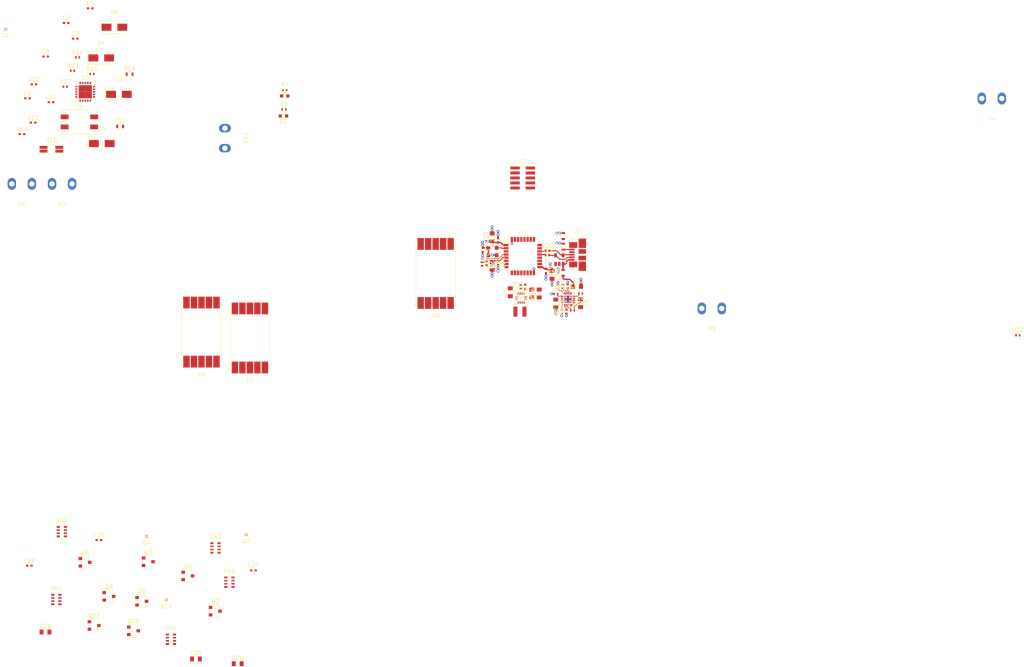
<source format=kicad_pcb>
(kicad_pcb (version 4) (host pcbnew 4.0.6)
  (layers (0 F.Cu signal) (31 B.Cu signal) (34 B.Paste user) (35 F.Paste user) (36 B.SilkS user) (37 F.SilkS user) (38 B.Mask user) (39 F.Mask user) (44 Edge.Cuts user))
  (net 0 "")
  (net 1 +5V)
  (net 2 GND)
  (net 3 +3V3)
  (net 4 "Net-(C3-Pad1)")
  (net 5 +BATT)
  (net 6 "Net-(C6-Pad1)")
  (net 7 "Net-(C8-Pad2)")
  (net 8 "Net-(C12-Pad2)")
  (net 9 "Net-(C10-Pad1)")
  (net 10 "Net-(C10-Pad2)")
  (net 11 "Net-(C14-Pad1)")
  (net 12 /SYS_NRST)
  (net 13 "Net-(D1-Pad2)")
  (net 14 "Net-(D1-Pad1)")
  (net 15 "Net-(D2-Pad2)")
  (net 16 "Net-(D2-Pad1)")
  (net 17 "Net-(D3-Pad2)")
  (net 18 "Net-(D4-Pad1)")
  (net 19 "Net-(D5-Pad2)")
  (net 20 "Net-(D6-Pad1)")
  (net 21 "Net-(D7-Pad1)")
  (net 22 /USB_DP)
  (net 23 /USB_DM)
  (net 24 "Net-(J1-Pad4)")
  (net 25 "Net-(J1-Pad5)")
  (net 26 "Net-(J1-Pad6)")
  (net 27 /SYS_SWDIO)
  (net 28 /SYS_SWCLK)
  (net 29 "Net-(J2-Pad6)")
  (net 30 "Net-(J2-Pad7)")
  (net 31 "Net-(J2-Pad8)")
  (net 32 "Net-(J2-Pad10)")
  (net 33 "Net-(L1-Pad2)")
  (net 34 "Net-(L1-Pad1)")
  (net 35 /OSC_IN)
  (net 36 "Net-(Q2-Pad1)")
  (net 37 /7SEG_A)
  (net 38 "Net-(Q2-Pad3)")
  (net 39 "Net-(Q3-Pad1)")
  (net 40 /7SEG_B)
  (net 41 "Net-(Q3-Pad3)")
  (net 42 /7SEG_0)
  (net 43 "Net-(Q4-Pad3)")
  (net 44 "Net-(Q5-Pad1)")
  (net 45 /7SEG_C)
  (net 46 "Net-(Q5-Pad3)")
  (net 47 "Net-(Q6-Pad1)")
  (net 48 /7SEG_D)
  (net 49 "Net-(Q6-Pad3)")
  (net 50 /7SEG_1)
  (net 51 "Net-(Q7-Pad3)")
  (net 52 "Net-(Q8-Pad1)")
  (net 53 /7SEG_E)
  (net 54 "Net-(Q8-Pad3)")
  (net 55 "Net-(Q9-Pad1)")
  (net 56 /7SEG_F)
  (net 57 "Net-(Q9-Pad3)")
  (net 58 "Net-(Q10-Pad1)")
  (net 59 /7SEG_G)
  (net 60 "Net-(Q10-Pad3)")
  (net 61 /7SEG_2)
  (net 62 "Net-(Q11-Pad3)")
  (net 63 "Net-(Q12-Pad1)")
  (net 64 /7SEG_DP)
  (net 65 "Net-(Q12-Pad3)")
  (net 66 "Net-(R1-Pad1)")
  (net 67 "Net-(R2-Pad2)")
  (net 68 "Net-(R3-Pad2)")
  (net 69 "Net-(R4-Pad2)")
  (net 70 "Net-(R5-Pad2)")
  (net 71 "Net-(R6-Pad2)")
  (net 72 "Net-(R9-Pad2)")
  (net 73 "Net-(R10-Pad1)")
  (net 74 "Net-(R11-Pad2)")
  (net 75 "Net-(R12-Pad2)")
  (net 76 "Net-(R16-Pad2)")
  (net 77 "Net-(R18-Pad1)")
  (net 78 "Net-(R19-Pad1)")
  (net 79 "Net-(R20-Pad1)")
  (net 80 "Net-(RN5-Pad5)")
  (net 81 /SPI1_PWR)
  (net 82 /SPI1_MOSI)
  (net 83 /SPI1_SCK)
  (net 84 /SPI1_CS)
  (net 85 /SPI1_MISO)
  (net 86 "Net-(U3-Pad17)")
  (net 87 /SPI1_DR)
  (net 88 "Net-(U4-Pad3)")
  (net 89 "Net-(U4-Pad6)")
  (net 90 "Net-(U4-Pad7)")
  (net 91 "Net-(U4-Pad25)")
  (net 92 "Net-(D7-Pad3)")
  (module vias:VIA-0.7x0.35 (layer F.Cu) (at 163.9 98.1)
    (fp_text reference REF** hide)
    (fp_text value VIA-0.7x0.35 hide)
    (pad 1 thru_hole circle (at 0 0) (size 0.7 0.7) (drill 0.35) (layers *.Cu) (net 2 GND))
  )
  (module vias:VIA-0.7x0.35 (layer F.Cu) (at 159.4 100.45)
    (fp_text reference REF** hide)
    (fp_text value VIA-0.7x0.35 hide)
    (pad 1 thru_hole circle (at 0 0) (size 0.7 0.7) (drill 0.35) (layers *.Cu) (net 2 GND))
  )
  (module vias:VIA-0.7x0.35 (layer F.Cu) (at 159.4 99.7)
    (fp_text reference REF** hide)
    (fp_text value VIA-0.7x0.35 hide)
    (pad 1 thru_hole circle (at 0 0) (size 0.7 0.7) (drill 0.35) (layers *.Cu) (net 2 GND))
  )
  (module vias:VIA-0.7x0.35 (layer F.Cu) (at 160.9 100.9)
    (fp_text reference REF** hide)
    (fp_text value VIA-0.7x0.35 hide)
    (pad 1 thru_hole circle (at 0 0) (size 0.7 0.7) (drill 0.35) (layers *.Cu) (net 2 GND))
  )
  (module vias:VIA-0.7x0.35 (layer F.Cu) (at 162.1 100.9)
    (fp_text reference REF** hide)
    (fp_text value VIA-0.7x0.35 hide)
    (pad 1 thru_hole circle (at 0 0) (size 0.7 0.7) (drill 0.35) (layers *.Cu) (net 2 GND))
  )
  (module vias:VIA-0.7x0.35 (layer F.Cu) (at 158.35 95.35)
    (fp_text reference REF** hide)
    (fp_text value VIA-0.7x0.35 hide)
    (pad 1 thru_hole circle (at 0 0) (size 0.7 0.7) (drill 0.35) (layers *.Cu) (net 2 GND))
  )
  (module vias:VIA-0.7x0.35 (layer F.Cu) (at 162 97.2)
    (fp_text reference REF** hide)
    (fp_text value VIA-0.7x0.35 hide)
    (pad 1 thru_hole circle (at 0 0) (size 0.7 0.7) (drill 0.35) (layers *.Cu) (net 2 GND))
  )
  (module vias:VIA-0.7x0.35 (layer F.Cu) (at 163 97.2)
    (fp_text reference REF** hide)
    (fp_text value VIA-0.7x0.35 hide)
    (pad 1 thru_hole circle (at 0 0) (size 0.7 0.7) (drill 0.35) (layers *.Cu) (net 2 GND))
  )
  (module vias:VIA-0.7x0.35 (layer F.Cu) (at 163 96.2)
    (fp_text reference REF** hide)
    (fp_text value VIA-0.7x0.35 hide)
    (pad 1 thru_hole circle (at 0 0) (size 0.7 0.7) (drill 0.35) (layers *.Cu) (net 2 GND))
  )
  (module vias:VIA-0.7x0.35 (layer F.Cu) (at 162 96.2)
    (fp_text reference REF** hide)
    (fp_text value VIA-0.7x0.35 hide)
    (pad 1 thru_hole circle (at 0 0) (size 0.7 0.7) (drill 0.35) (layers *.Cu) (net 2 GND))
  )
  (module vias:VIA-0.7x0.35 (layer F.Cu) (at 165.8 91.65)
    (fp_text reference REF** hide)
    (fp_text value VIA-0.7x0.35 hide)
    (pad 1 thru_hole circle (at 0 0) (size 0.7 0.7) (drill 0.35) (layers *.Cu) (net 2 GND))
  )
  (module vias:VIA-0.7x0.35 (layer F.Cu) (at 165.8 92.4)
    (fp_text reference REF** hide)
    (fp_text value VIA-0.7x0.35 hide)
    (pad 1 thru_hole circle (at 0 0) (size 0.7 0.7) (drill 0.35) (layers *.Cu) (net 2 GND))
  )
  (module vias:VIA-0.7x0.35 (layer F.Cu) (at 162.4 92.4)
    (fp_text reference REF** hide)
    (fp_text value VIA-0.7x0.35 hide)
    (pad 1 thru_hole circle (at 0 0) (size 0.7 0.7) (drill 0.35) (layers *.Cu) (net 2 GND))
  )
  (module vias:VIA-0.7x0.35 (layer F.Cu) (at 160 92.4)
    (fp_text reference REF** hide)
    (fp_text value VIA-0.7x0.35 hide)
    (pad 1 thru_hole circle (at 0 0) (size 0.7 0.7) (drill 0.35) (layers *.Cu) (net 2 GND))
  )
  (module Capacitors_SMD:C_0805 (layer F.Cu) (at 158.45 90.5 270)
    (fp_text reference C20 (at 0 -1.5 270) (layer F.SilkS))
    (fp_text value "1u 16V")
    (pad 1 smd rect (at -1 0 270) (size 1 1.25) (layers F.Cu F.Paste F.Mask) (net 3 +3V3))
    (pad 2 smd rect (at 1 0 270) (size 1 1.25) (layers F.Cu F.Paste F.Mask) (net 2 GND))
  )
  (module vias:VIA-0.7x0.35 (layer F.Cu) (at 158 87.65)
    (fp_text reference REF** hide)
    (fp_text value VIA-0.7x0.35 hide)
    (pad 1 thru_hole circle (at 0 0) (size 0.7 0.7) (drill 0.35) (layers *.Cu) (net 3 +3V3))
  )
  (module vias:VIA-0.7x0.35 (layer F.Cu) (at 158 88.4)
    (fp_text reference REF** hide)
    (fp_text value VIA-0.7x0.35 hide)
    (pad 1 thru_hole circle (at 0 0) (size 0.7 0.7) (drill 0.35) (layers *.Cu) (net 3 +3V3))
  )
  (module vias:VIA-0.7x0.35 (layer F.Cu) (at 142.9 88.05)
    (fp_text reference REF** hide)
    (fp_text value VIA-0.7x0.35 hide)
    (pad 1 thru_hole circle (at 0 0) (size 0.7 0.7) (drill 0.35) (layers *.Cu) (net 3 +3V3))
  )
  (module vias:VIA-0.7x0.35 (layer F.Cu) (at 143.6 88.05)
    (fp_text reference REF** hide)
    (fp_text value VIA-0.7x0.35 hide)
    (pad 1 thru_hole circle (at 0 0) (size 0.7 0.7) (drill 0.35) (layers *.Cu) (net 3 +3V3))
  )
  (module vias:VIA-0.7x0.35 (layer F.Cu) (at 140.75 82.2)
    (fp_text reference REF** hide)
    (fp_text value VIA-0.7x0.35 hide)
    (pad 1 thru_hole circle (at 0 0) (size 0.7 0.7) (drill 0.35) (layers *.Cu) (net 3 +3V3))
  )
  (module vias:VIA-0.7x0.35 (layer F.Cu) (at 140.85 82.95)
    (fp_text reference REF** hide)
    (fp_text value VIA-0.7x0.35 hide)
    (pad 1 thru_hole circle (at 0 0) (size 0.7 0.7) (drill 0.35) (layers *.Cu) (net 3 +3V3))
  )
  (module vias:VIA-0.7x0.35 (layer F.Cu) (at 141.45 82)
    (fp_text reference REF** hide)
    (fp_text value VIA-0.7x0.35 hide)
    (pad 1 thru_hole circle (at 0 0) (size 0.7 0.7) (drill 0.35) (layers *.Cu) (net 3 +3V3))
  )
  (module vias:VIA-0.7x0.35 (layer F.Cu) (at 142.2 82)
    (fp_text reference REF** hide)
    (fp_text value VIA-0.7x0.35 hide)
    (pad 1 thru_hole circle (at 0 0) (size 0.7 0.7) (drill 0.35) (layers *.Cu) (net 3 +3V3))
  )
  (module vias:VIA-0.7x0.35 (layer F.Cu) (at 160 89.75)
    (fp_text reference REF** hide)
    (fp_text value VIA-0.7x0.35 hide)
    (pad 1 thru_hole circle (at 0 0) (size 0.7 0.7) (drill 0.35) (layers *.Cu) (net 2 GND))
  )
  (module vias:VIA-0.7x0.35 (layer F.Cu) (at 160 89)
    (fp_text reference REF** hide)
    (fp_text value VIA-0.7x0.35 hide)
    (pad 1 thru_hole circle (at 0 0) (size 0.7 0.7) (drill 0.35) (layers *.Cu) (net 2 GND))
  )
  (module vias:VIA-0.7x0.35 (layer F.Cu) (at 159.65 79.9)
    (fp_text reference REF** hide)
    (fp_text value VIA-0.7x0.35 hide)
    (pad 1 thru_hole circle (at 0 0) (size 0.7 0.7) (drill 0.35) (layers *.Cu) (net 2 GND))
  )
  (module vias:VIA-0.7x0.35 (layer F.Cu) (at 160.4 79.9)
    (fp_text reference REF** hide)
    (fp_text value VIA-0.7x0.35 hide)
    (pad 1 thru_hole circle (at 0 0) (size 0.7 0.7) (drill 0.35) (layers *.Cu) (net 2 GND))
  )
  (module vias:VIA-0.7x0.35 (layer F.Cu) (at 159.65 82.45)
    (fp_text reference REF** hide)
    (fp_text value VIA-0.7x0.35 hide)
    (pad 1 thru_hole circle (at 0 0) (size 0.7 0.7) (drill 0.35) (layers *.Cu) (net 2 GND))
  )
  (module vias:VIA-0.7x0.35 (layer F.Cu) (at 160.4 82.45)
    (fp_text reference REF** hide)
    (fp_text value VIA-0.7x0.35 hide)
    (pad 1 thru_hole circle (at 0 0) (size 0.7 0.7) (drill 0.35) (layers *.Cu) (net 2 GND))
  )
  (module vias:VIA-0.7x0.35 (layer F.Cu) (at 158.45 93.15)
    (fp_text reference REF** hide)
    (fp_text value VIA-0.7x0.35 hide)
    (pad 1 thru_hole circle (at 0 0) (size 0.7 0.7) (drill 0.35) (layers *.Cu) (net 2 GND))
  )
  (module vias:VIA-0.7x0.35 (layer F.Cu) (at 158.45 92.4)
    (fp_text reference REF** hide)
    (fp_text value VIA-0.7x0.35 hide)
    (pad 1 thru_hole circle (at 0 0) (size 0.7 0.7) (drill 0.35) (layers *.Cu) (net 2 GND))
  )
  (module vias:VIA-0.7x0.35 (layer F.Cu) (at 156.9 91.6)
    (fp_text reference REF** hide)
    (fp_text value VIA-0.7x0.35 hide)
    (pad 1 thru_hole circle (at 0 0) (size 0.7 0.7) (drill 0.35) (layers *.Cu) (net 2 GND))
  )
  (module vias:VIA-0.7x0.35 (layer F.Cu) (at 156.9 90.85)
    (fp_text reference REF** hide)
    (fp_text value VIA-0.7x0.35 hide)
    (pad 1 thru_hole circle (at 0 0) (size 0.7 0.7) (drill 0.35) (layers *.Cu) (net 2 GND))
  )
  (module vias:VIA-0.7x0.35 (layer F.Cu) (at 148.25 82.55)
    (fp_text reference REF** hide)
    (fp_text value VIA-0.7x0.35 hide)
    (pad 1 thru_hole circle (at 0 0) (size 0.7 0.7) (drill 0.35) (layers *.Cu) (net 2 GND))
  )
  (module vias:VIA-0.7x0.35 (layer F.Cu) (at 153.85 88.95)
    (fp_text reference REF** hide)
    (fp_text value VIA-0.7x0.35 hide)
    (pad 1 thru_hole circle (at 0 0) (size 0.7 0.7) (drill 0.35) (layers *.Cu) (net 2 GND))
  )
  (module vias:VIA-0.7x0.35 (layer F.Cu) (at 143.25 90.85)
    (fp_text reference REF** hide)
    (fp_text value VIA-0.7x0.35 hide)
    (pad 1 thru_hole circle (at 0 0) (size 0.7 0.7) (drill 0.35) (layers *.Cu) (net 2 GND))
  )
  (module vias:VIA-0.7x0.35 (layer F.Cu) (at 143.25 90.1)
    (fp_text reference REF** hide)
    (fp_text value VIA-0.7x0.35 hide)
    (pad 1 thru_hole circle (at 0 0) (size 0.7 0.7) (drill 0.35) (layers *.Cu) (net 2 GND))
  )
  (module vias:VIA-0.7x0.35 (layer F.Cu) (at 144.75 89.55)
    (fp_text reference REF** hide)
    (fp_text value VIA-0.7x0.35 hide)
    (pad 1 thru_hole circle (at 0 0) (size 0.7 0.7) (drill 0.35) (layers *.Cu) (net 2 GND))
  )
  (module vias:VIA-0.7x0.35 (layer F.Cu) (at 144.75 88.8)
    (fp_text reference REF** hide)
    (fp_text value VIA-0.7x0.35 hide)
    (pad 1 thru_hole circle (at 0 0) (size 0.7 0.7) (drill 0.35) (layers *.Cu) (net 2 GND))
  )
  (module vias:VIA-0.7x0.35 (layer F.Cu) (at 140.85 86.3)
    (fp_text reference REF** hide)
    (fp_text value VIA-0.7x0.35 hide)
    (pad 1 thru_hole circle (at 0 0) (size 0.7 0.7) (drill 0.35) (layers *.Cu) (net 2 GND))
  )
  (module vias:VIA-0.7x0.35 (layer F.Cu) (at 140.85 85.6)
    (fp_text reference REF** hide)
    (fp_text value VIA-0.7x0.35 hide)
    (pad 1 thru_hole circle (at 0 0) (size 0.7 0.7) (drill 0.35) (layers *.Cu) (net 2 GND))
  )
  (module vias:VIA-0.7x0.35 (layer F.Cu) (at 143.35 85.45)
    (fp_text reference REF** hide)
    (fp_text value VIA-0.7x0.35 hide)
    (pad 1 thru_hole circle (at 0 0) (size 0.7 0.7) (drill 0.35) (layers *.Cu) (net 2 GND))
  )
  (module vias:VIA-0.7x0.35 (layer F.Cu) (at 143.25 78.3)
    (fp_text reference REF** hide)
    (fp_text value VIA-0.7x0.35 hide)
    (pad 1 thru_hole circle (at 0 0) (size 0.7 0.7) (drill 0.35) (layers *.Cu) (net 2 GND))
  )
  (module vias:VIA-0.7x0.35 (layer F.Cu) (at 143.25 79.05)
    (fp_text reference REF** hide)
    (fp_text value VIA-0.7x0.35 hide)
    (pad 1 thru_hole circle (at 0 0) (size 0.7 0.7) (drill 0.35) (layers *.Cu) (net 2 GND))
  )
  (module vias:VIA-0.7x0.35 (layer F.Cu) (at 144.75 79.45)
    (fp_text reference REF** hide)
    (fp_text value VIA-0.7x0.35 hide)
    (pad 1 thru_hole circle (at 0 0) (size 0.7 0.7) (drill 0.35) (layers *.Cu) (net 2 GND))
  )
  (module Capacitors_SMD:C_0805 (layer F.Cu) (at 164.8 93.45)
    (fp_text reference C1 (at 0 -1.5) (layer F.SilkS))
    (fp_text value "1u 25V")
    (pad 1 smd rect (at -1 0) (size 1 1.25) (layers F.Cu F.Paste F.Mask) (net 1 +5V))
    (pad 2 smd rect (at 1 0) (size 1 1.25) (layers F.Cu F.Paste F.Mask) (net 2 GND))
  )
  (module Capacitors_SMD:C_0402 (layer F.Cu) (at 35.1 26.5)
    (fp_text reference C2 (at 0 -1.27) (layer F.SilkS))
    (fp_text value "100n 16V")
    (pad 1 smd rect (at -0.55 0) (size 0.6 0.5) (layers F.Cu F.Paste F.Mask) (net 3 +3V3))
    (pad 2 smd rect (at 0.55 0) (size 0.6 0.5) (layers F.Cu F.Paste F.Mask) (net 2 GND))
  )
  (module Capacitors_SMD:C_0402 (layer F.Cu) (at 37.4 30.5)
    (fp_text reference C3 (at 0 -1.27) (layer F.SilkS))
    (fp_text value "100n 16V")
    (pad 1 smd rect (at -0.55 0) (size 0.6 0.5) (layers F.Cu F.Paste F.Mask) (net 4 "Net-(C3-Pad1)"))
    (pad 2 smd rect (at 0.55 0) (size 0.6 0.5) (layers F.Cu F.Paste F.Mask) (net 2 GND))
  )
  (module Capacitors_SMD:C_0805 (layer F.Cu) (at 159.4 97.8 270)
    (fp_text reference C4 (at 0 -1.5 270) (layer F.SilkS))
    (fp_text value "4u7 25V")
    (pad 1 smd rect (at -1 0 270) (size 1 1.25) (layers F.Cu F.Paste F.Mask) (net 5 +BATT))
    (pad 2 smd rect (at 1 0 270) (size 1 1.25) (layers F.Cu F.Paste F.Mask) (net 2 GND))
  )
  (module Capacitors_SMD:C_0402 (layer F.Cu) (at 41.2 22.8)
    (fp_text reference C5 (at 0 -1.27) (layer F.SilkS))
    (fp_text value "100n 16V")
    (pad 1 smd rect (at -0.55 0) (size 0.6 0.5) (layers F.Cu F.Paste F.Mask) (net 4 "Net-(C3-Pad1)"))
    (pad 2 smd rect (at 0.55 0) (size 0.6 0.5) (layers F.Cu F.Paste F.Mask) (net 2 GND))
  )
  (module Capacitors_SMD:C_0805 (layer F.Cu) (at 165.7 97.7 270)
    (fp_text reference C6 (at 0 -1.5 270) (layer F.SilkS))
    (fp_text value "4u7 25V")
    (pad 1 smd rect (at -1 0 270) (size 1 1.25) (layers F.Cu F.Paste F.Mask) (net 6 "Net-(C6-Pad1)"))
    (pad 2 smd rect (at 1 0 270) (size 1 1.25) (layers F.Cu F.Paste F.Mask) (net 2 GND))
  )
  (module Capacitors_SMD:C_0805 (layer F.Cu) (at 147.85 94.95 90)
    (fp_text reference C7 (at 0 -1.5 90) (layer F.SilkS))
    (fp_text value "10u 25V")
    (pad 1 smd rect (at -1 0 90) (size 1 1.25) (layers F.Cu F.Paste F.Mask) (net 6 "Net-(C6-Pad1)"))
    (pad 2 smd rect (at 1 0 90) (size 1 1.25) (layers F.Cu F.Paste F.Mask) (net 2 GND))
  )
  (module Capacitors_SMD:C_0402 (layer F.Cu) (at 29.9 35.05)
    (fp_text reference C8 (at 0 -1.27) (layer F.SilkS))
    (fp_text value 1n)
    (pad 1 smd rect (at -0.55 0) (size 0.6 0.5) (layers F.Cu F.Paste F.Mask) (net 2 GND))
    (pad 2 smd rect (at 0.55 0) (size 0.6 0.5) (layers F.Cu F.Paste F.Mask) (net 7 "Net-(C8-Pad2)"))
  )
  (module Capacitors_SMD:C_0402 (layer F.Cu) (at 25.3 45.65)
    (fp_text reference C9 (at 0 -1.27) (layer F.SilkS))
    (fp_text value 10n)
    (pad 1 smd rect (at -0.55 0) (size 0.6 0.5) (layers F.Cu F.Paste F.Mask) (net 7 "Net-(C8-Pad2)"))
    (pad 2 smd rect (at 0.55 0) (size 0.6 0.5) (layers F.Cu F.Paste F.Mask) (net 8 "Net-(C12-Pad2)"))
  )
  (module Capacitors_SMD:C_0402 (layer F.Cu) (at 26.9 42.1)
    (fp_text reference C10 (at 0 -1.27) (layer F.SilkS))
    (fp_text value 10n)
    (pad 1 smd rect (at -0.55 0) (size 0.6 0.5) (layers F.Cu F.Paste F.Mask) (net 9 "Net-(C10-Pad1)"))
    (pad 2 smd rect (at 0.55 0) (size 0.6 0.5) (layers F.Cu F.Paste F.Mask) (net 10 "Net-(C10-Pad2)"))
  )
  (module Capacitors_SMD:C_0402 (layer F.Cu) (at 26.7 51.85)
    (fp_text reference C11 (at 0 -1.27) (layer F.SilkS))
    (fp_text value 1n)
    (pad 1 smd rect (at -0.55 0) (size 0.6 0.5) (layers F.Cu F.Paste F.Mask) (net 10 "Net-(C10-Pad2)"))
    (pad 2 smd rect (at 0.55 0) (size 0.6 0.5) (layers F.Cu F.Paste F.Mask) (net 2 GND))
  )
  (module Capacitors_SMD:C_0402 (layer F.Cu) (at 31.25 46.65)
    (fp_text reference C12 (at 0 -1.27) (layer F.SilkS))
    (fp_text value 1n)
    (pad 1 smd rect (at -0.55 0) (size 0.6 0.5) (layers F.Cu F.Paste F.Mask) (net 2 GND))
    (pad 2 smd rect (at 0.55 0) (size 0.6 0.5) (layers F.Cu F.Paste F.Mask) (net 8 "Net-(C12-Pad2)"))
  )
  (module Capacitors_SMD:C_0402 (layer F.Cu) (at 23.9 54.75)
    (fp_text reference C13 (at 0 -1.27) (layer F.SilkS))
    (fp_text value 1n)
    (pad 1 smd rect (at -0.55 0) (size 0.6 0.5) (layers F.Cu F.Paste F.Mask) (net 9 "Net-(C10-Pad1)"))
    (pad 2 smd rect (at 0.55 0) (size 0.6 0.5) (layers F.Cu F.Paste F.Mask) (net 2 GND))
  )
  (module Capacitors_SMD:C_0402 (layer F.Cu) (at 151.65 93.55 90)
    (fp_text reference C14 (at 0 -1.27 90) (layer F.SilkS))
    (fp_text value "1n3 16V")
    (pad 1 smd rect (at -0.55 0 90) (size 0.6 0.5) (layers F.Cu F.Paste F.Mask) (net 11 "Net-(C14-Pad1)"))
    (pad 2 smd rect (at 0.55 0 90) (size 0.6 0.5) (layers F.Cu F.Paste F.Mask) (net 2 GND))
  )
  (module Capacitors_SMD:C_0805 (layer F.Cu) (at 153.3 95.25 90)
    (fp_text reference C15 (at 0 -1.5 90) (layer F.SilkS))
    (fp_text value "10u 6V3")
    (pad 1 smd rect (at -1 0 90) (size 1 1.25) (layers F.Cu F.Paste F.Mask) (net 3 +3V3))
    (pad 2 smd rect (at 1 0 90) (size 1 1.25) (layers F.Cu F.Paste F.Mask) (net 2 GND))
  )
  (module Capacitors_SMD:C_0805 (layer F.Cu) (at 155.2 95.25 90)
    (fp_text reference C16 (at 0 -1.5 90) (layer F.SilkS))
    (fp_text value "10u 6V3")
    (pad 1 smd rect (at -1 0 90) (size 1 1.25) (layers F.Cu F.Paste F.Mask) (net 3 +3V3))
    (pad 2 smd rect (at 1 0 90) (size 1 1.25) (layers F.Cu F.Paste F.Mask) (net 2 GND))
  )
  (module Capacitors_SMD:C_0402 (layer F.Cu) (at 140.85 84.2 270)
    (fp_text reference C17 (at 0 -1.27 270) (layer F.SilkS))
    (fp_text value "100n 16V")
    (pad 1 smd rect (at -0.55 0 270) (size 0.6 0.5) (layers F.Cu F.Paste F.Mask) (net 3 +3V3))
    (pad 2 smd rect (at 0.55 0 270) (size 0.6 0.5) (layers F.Cu F.Paste F.Mask) (net 2 GND))
  )
  (module Capacitors_SMD:C_0402 (layer F.Cu) (at 156.9 89.55 270)
    (fp_text reference C19 (at 0 -1.27 270) (layer F.SilkS))
    (fp_text value "100n 16V")
    (pad 1 smd rect (at -0.55 0 270) (size 0.6 0.5) (layers F.Cu F.Paste F.Mask) (net 3 +3V3))
    (pad 2 smd rect (at 0.55 0 270) (size 0.6 0.5) (layers F.Cu F.Paste F.Mask) (net 2 GND))
  )
  (module Capacitors_SMD:C_0402 (layer F.Cu) (at 144.75 81.75 90)
    (fp_text reference C21 (at 0 -1.27 90) (layer F.SilkS))
    (fp_text value "100n 16V")
    (pad 1 smd rect (at -0.55 0 90) (size 0.6 0.5) (layers F.Cu F.Paste F.Mask) (net 3 +3V3))
    (pad 2 smd rect (at 0.55 0 90) (size 0.6 0.5) (layers F.Cu F.Paste F.Mask) (net 2 GND))
  )
  (module Capacitors_SMD:C_0402 (layer F.Cu) (at 141.85 87.55 270)
    (fp_text reference C22 (at 0 -1.27 270) (layer F.SilkS))
    (fp_text value "100n 16V")
    (pad 1 smd rect (at -0.55 0 270) (size 0.6 0.5) (layers F.Cu F.Paste F.Mask) (net 12 /SYS_NRST))
    (pad 2 smd rect (at 0.55 0 270) (size 0.6 0.5) (layers F.Cu F.Paste F.Mask) (net 2 GND))
  )
  (module Capacitors_SMD:C_0402 (layer F.Cu) (at 144.75 87.5 270)
    (fp_text reference C24 (at 0 -1.27 270) (layer F.SilkS))
    (fp_text value "100n 16V")
    (pad 1 smd rect (at -0.55 0 270) (size 0.6 0.5) (layers F.Cu F.Paste F.Mask) (net 3 +3V3))
    (pad 2 smd rect (at 0.55 0 270) (size 0.6 0.5) (layers F.Cu F.Paste F.Mask) (net 2 GND))
  )
  (module Capacitors_SMD:C_0402 (layer F.Cu) (at 43.4 157.9)
    (fp_text reference C25 (at 0 -1.27) (layer F.SilkS))
    (fp_text value "100n 16V")
    (pad 1 smd rect (at -0.55 0) (size 0.6 0.5) (layers F.Cu F.Paste F.Mask) (net 3 +3V3))
    (pad 2 smd rect (at 0.55 0) (size 0.6 0.5) (layers F.Cu F.Paste F.Mask) (net 2 GND))
  )
  (module Capacitors_SMD:C_0805 (layer F.Cu) (at 29.85 181.25)
    (fp_text reference C26 (at 0 -1.5) (layer F.SilkS))
    (fp_text value "1u 16V")
    (pad 1 smd rect (at -1 0) (size 1 1.25) (layers F.Cu F.Paste F.Mask) (net 3 +3V3))
    (pad 2 smd rect (at 1 0) (size 1 1.25) (layers F.Cu F.Paste F.Mask) (net 2 GND))
  )
  (module Capacitors_SMD:C_0402 (layer F.Cu) (at 82.65 165.6)
    (fp_text reference C27 (at 0 -1.27) (layer F.SilkS))
    (fp_text value "100n 16V")
    (pad 1 smd rect (at -0.55 0) (size 0.6 0.5) (layers F.Cu F.Paste F.Mask) (net 3 +3V3))
    (pad 2 smd rect (at 0.55 0) (size 0.6 0.5) (layers F.Cu F.Paste F.Mask) (net 2 GND))
  )
  (module Capacitors_SMD:C_0805 (layer F.Cu) (at 78.65 189.3)
    (fp_text reference C28 (at 0 -1.5) (layer F.SilkS))
    (fp_text value "1u 16V")
    (pad 1 smd rect (at -1 0) (size 1 1.25) (layers F.Cu F.Paste F.Mask) (net 3 +3V3))
    (pad 2 smd rect (at 1 0) (size 1 1.25) (layers F.Cu F.Paste F.Mask) (net 2 GND))
  )
  (module Capacitors_SMD:C_0402 (layer F.Cu) (at 25.75 164.4)
    (fp_text reference C29 (at 0 -1.27) (layer F.SilkS))
    (fp_text value "100n 16V")
    (pad 1 smd rect (at -0.55 0) (size 0.6 0.5) (layers F.Cu F.Paste F.Mask) (net 3 +3V3))
    (pad 2 smd rect (at 0.55 0) (size 0.6 0.5) (layers F.Cu F.Paste F.Mask) (net 2 GND))
  )
  (module Capacitors_SMD:C_0805 (layer F.Cu) (at 68.05 188.1)
    (fp_text reference C30 (at 0 -1.5) (layer F.SilkS))
    (fp_text value "1u 16V")
    (pad 1 smd rect (at -1 0) (size 1 1.25) (layers F.Cu F.Paste F.Mask) (net 3 +3V3))
    (pad 2 smd rect (at 1 0) (size 1 1.25) (layers F.Cu F.Paste F.Mask) (net 2 GND))
  )
  (module LEDs:LED_0603 (layer F.Cu) (at 90.25 50.15 180)
    (fp_text reference D1 (at 0 -1.25 180) (layer F.SilkS))
    (fp_text value LED_ALT)
    (pad 2 smd rect (at 0.8 0) (size 0.8 0.8) (layers F.Cu F.Paste F.Mask) (net 13 "Net-(D1-Pad2)"))
    (pad 1 smd rect (at -0.8 0) (size 0.8 0.8) (layers F.Cu F.Paste F.Mask) (net 14 "Net-(D1-Pad1)"))
  )
  (module LEDs:LED_0603 (layer F.Cu) (at 90.6 45.05)
    (fp_text reference D2 (at 0 -1.25) (layer F.SilkS))
    (fp_text value LED_ALT)
    (pad 2 smd rect (at 0.8 0 180) (size 0.8 0.8) (layers F.Cu F.Paste F.Mask) (net 15 "Net-(D2-Pad2)"))
    (pad 1 smd rect (at -0.8 0 180) (size 0.8 0.8) (layers F.Cu F.Paste F.Mask) (net 16 "Net-(D2-Pad1)"))
  )
  (module Diodes_SMD:D_SMA_Standard (layer F.Cu) (at 48.5 44.65)
    (fp_text reference D3 (at 0 -3.81) (layer F.SilkS))
    (fp_text value D_TVS)
    (pad 1 smd rect (at -2 0) (size 2.5 1.8) (layers F.Cu F.Paste F.Mask) (net 2 GND))
    (pad 2 smd rect (at 2 0) (size 2.5 1.8) (layers F.Cu F.Paste F.Mask) (net 17 "Net-(D3-Pad2)"))
  )
  (module Diodes_SMD:D_SMA_Standard (layer F.Cu) (at 44 35.4)
    (fp_text reference D4 (at 0 -3.81) (layer F.SilkS))
    (fp_text value D_TVS)
    (pad 1 smd rect (at -2 0) (size 2.5 1.8) (layers F.Cu F.Paste F.Mask) (net 18 "Net-(D4-Pad1)"))
    (pad 2 smd rect (at 2 0) (size 2.5 1.8) (layers F.Cu F.Paste F.Mask) (net 2 GND))
  )
  (module Diodes_SMD:D_SMA_Standard (layer F.Cu) (at 44.15 57.15)
    (fp_text reference D5 (at 0 -3.81) (layer F.SilkS))
    (fp_text value D_TVS)
    (pad 1 smd rect (at -2 0) (size 2.5 1.8) (layers F.Cu F.Paste F.Mask) (net 2 GND))
    (pad 2 smd rect (at 2 0) (size 2.5 1.8) (layers F.Cu F.Paste F.Mask) (net 19 "Net-(D5-Pad2)"))
  )
  (module Diodes_SMD:D_SMA_Standard (layer F.Cu) (at 47.35 27.6)
    (fp_text reference D6 (at 0 -3.81) (layer F.SilkS))
    (fp_text value D_TVS)
    (pad 1 smd rect (at -2 0) (size 2.5 1.8) (layers F.Cu F.Paste F.Mask) (net 20 "Net-(D6-Pad1)"))
    (pad 2 smd rect (at 2 0) (size 2.5 1.8) (layers F.Cu F.Paste F.Mask) (net 2 GND))
  )
  (module TO_SOT_Packages_SMD:SOT-23-5 (layer F.Cu) (at 160.3 86.65 90)
    (fp_text reference D7 (at 0 -2.9 90) (layer F.SilkS))
    (fp_text value SP0504BAHT)
    (pad 1 smd rect (at -1.1 -0.95 90) (size 1.06 0.65) (layers F.Cu F.Paste F.Mask) (net 21 "Net-(D7-Pad1)"))
    (pad 2 smd rect (at -1.1 0 90) (size 1.06 0.65) (layers F.Cu F.Paste F.Mask) (net 2 GND))
    (pad 3 smd rect (at -1.1 0.95 90) (size 1.06 0.65) (layers F.Cu F.Paste F.Mask) (net 92 "Net-(D7-Pad3)"))
    (pad 4 smd rect (at 1.1 0.95 90) (size 1.06 0.65) (layers F.Cu F.Paste F.Mask) (net 22 /USB_DP))
    (pad 5 smd rect (at 1.1 -0.95 90) (size 1.06 0.65) (layers F.Cu F.Paste F.Mask) (net 23 /USB_DM))
  )
  (module Connectors_Molex:USB_Micro-B_Molex_47346-0001 (layer F.Cu) (at 164.8 85.4 180)
    (fp_text reference J1 (at 0.07 5.84 360) (layer F.SilkS))
    (fp_text value USB_OTG)
    (pad 1 smd rect (at 1.33 -1.3 180) (size 1.38 0.45) (layers F.Cu F.Paste F.Mask) (net 92 "Net-(D7-Pad3)"))
    (pad 2 smd rect (at 1.33 -0.65 180) (size 1.38 0.45) (layers F.Cu F.Paste F.Mask) (net 23 /USB_DM))
    (pad 3 smd rect (at 1.33 0 180) (size 1.38 0.45) (layers F.Cu F.Paste F.Mask) (net 22 /USB_DP))
    (pad 4 smd rect (at 1.33 0.65 180) (size 1.38 0.45) (layers F.Cu F.Paste F.Mask) (net 24 "Net-(J1-Pad4)"))
    (pad 5 smd rect (at 1.33 1.3 180) (size 1.38 0.45) (layers F.Cu F.Paste F.Mask) (net 25 "Net-(J1-Pad5)"))
    (pad 6 smd rect (at 0.97 -2.4625 180) (size 2.1 1.475) (layers F.Cu F.Paste F.Mask) (net 26 "Net-(J1-Pad6)"))
    (pad 6 smd rect (at 0.97 2.4625 180) (size 2.1 1.475) (layers F.Cu F.Paste F.Mask) (net 26 "Net-(J1-Pad6)"))
    (pad 6 smd rect (at -1.33 -2.91 180) (size 1.9 2.375) (layers F.Cu F.Paste F.Mask) (net 26 "Net-(J1-Pad6)"))
    (pad 6 smd rect (at -1.33 2.91 180) (size 1.9 2.375) (layers F.Cu F.Paste F.Mask) (net 26 "Net-(J1-Pad6)"))
    (pad 6 smd rect (at -1.33 -0.84 180) (size 1.9 1.175) (layers F.Cu F.Paste F.Mask) (net 26 "Net-(J1-Pad6)"))
    (pad 6 smd rect (at -1.33 0.84 180) (size 1.9 1.175) (layers F.Cu F.Paste F.Mask) (net 26 "Net-(J1-Pad6)"))
  )
  (module Pin_Headers:Pin_Header_Straight_2x05_Pitch1.27mm_SMD (layer F.Cu) (at 151 65.9)
    (fp_text reference J2 (at 0 -4.235) (layer F.SilkS))
    (fp_text value CONN_02X05)
    (pad 1 smd rect (at -1.95 -2.54) (size 2.4 0.75) (layers F.Cu F.Paste F.Mask) (net 3 +3V3))
    (pad 2 smd rect (at 1.95 -2.54) (size 2.4 0.75) (layers F.Cu F.Paste F.Mask) (net 27 /SYS_SWDIO))
    (pad 3 smd rect (at -1.95 -1.27) (size 2.4 0.75) (layers F.Cu F.Paste F.Mask) (net 2 GND))
    (pad 4 smd rect (at 1.95 -1.27) (size 2.4 0.75) (layers F.Cu F.Paste F.Mask) (net 28 /SYS_SWCLK))
    (pad 5 smd rect (at -1.95 0) (size 2.4 0.75) (layers F.Cu F.Paste F.Mask) (net 2 GND))
    (pad 6 smd rect (at 1.95 0) (size 2.4 0.75) (layers F.Cu F.Paste F.Mask) (net 29 "Net-(J2-Pad6)"))
    (pad 7 smd rect (at -1.95 1.27) (size 2.4 0.75) (layers F.Cu F.Paste F.Mask) (net 30 "Net-(J2-Pad7)"))
    (pad 8 smd rect (at 1.95 1.27) (size 2.4 0.75) (layers F.Cu F.Paste F.Mask) (net 31 "Net-(J2-Pad8)"))
    (pad 9 smd rect (at -1.95 2.54) (size 2.4 0.75) (layers F.Cu F.Paste F.Mask) (net 2 GND))
    (pad 10 smd rect (at 1.95 2.54) (size 2.4 0.75) (layers F.Cu F.Paste F.Mask) (net 32 "Net-(J2-Pad10)"))
  )
  (module Inductors_NEOSID:Neosid_Inductor_SM-NE29_SMD1008 (layer F.Cu) (at 150.3 99.85)
    (fp_text reference L1 (at -0.20066 -3.2004) (layer F.SilkS))
    (fp_text value LQM2HPN1R5MG0L)
    (pad 2 smd rect (at 1.14554 0) (size 1.02108 2.54) (layers F.Cu F.Paste F.Mask) (net 33 "Net-(L1-Pad2)"))
    (pad 1 smd rect (at -1.14554 0) (size 1.02108 2.54) (layers F.Cu F.Paste F.Mask) (net 34 "Net-(L1-Pad1)"))
  )
  (module Inductors_SMD:L_CommonMode_Wuerth_WE-SL2 (layer F.Cu) (at 38.45 51.65)
    (fp_text reference L2 (at 0 -4.2) (layer F.SilkS))
    (fp_text value WE-SL2)
    (pad 1 smd rect (at -3.75 -1.27) (size 2 1.2) (layers F.Cu F.Paste F.Mask) (net 17 "Net-(D3-Pad2)"))
    (pad 2 smd rect (at -3.75 1.27) (size 2 1.2) (layers F.Cu F.Paste F.Mask) (net 18 "Net-(D4-Pad1)"))
    (pad 3 smd rect (at 3.75 1.27) (size 2 1.2) (layers F.Cu F.Paste F.Mask) (net 20 "Net-(D6-Pad1)"))
    (pad 4 smd rect (at 3.75 -1.27) (size 2 1.2) (layers F.Cu F.Paste F.Mask) (net 19 "Net-(D5-Pad2)"))
  )
  (module Inductors_SMD:L_0603 (layer F.Cu) (at 161.3 80.65 90)
    (fp_text reference L3 (at 0 -1.9 90) (layer F.SilkS))
    (fp_text value "WE-CBF 742792651")
    (pad 1 smd rect (at -0.75 0 90) (size 0.5 0.9) (layers F.Cu F.Paste F.Mask) (net 26 "Net-(J1-Pad6)"))
    (pad 2 smd rect (at 0.75 0 90) (size 0.5 0.9) (layers F.Cu F.Paste F.Mask) (net 2 GND))
  )
  (module Inductors_SMD:L_0603 (layer F.Cu) (at 161.3 83.35 90)
    (fp_text reference L4 (at 0 -1.9 90) (layer F.SilkS))
    (fp_text value "WE-CBF 742792651")
    (pad 1 smd rect (at -0.75 0 90) (size 0.5 0.9) (layers F.Cu F.Paste F.Mask) (net 25 "Net-(J1-Pad5)"))
    (pad 2 smd rect (at 0.75 0 90) (size 0.5 0.9) (layers F.Cu F.Paste F.Mask) (net 2 GND))
  )
  (module Inductors_SMD:L_0603 (layer F.Cu) (at 161.25 90 90)
    (fp_text reference L5 (at 0 -1.9 90) (layer F.SilkS))
    (fp_text value "WE-CBF 742792651")
    (pad 1 smd rect (at -0.75 0 90) (size 0.5 0.9) (layers F.Cu F.Paste F.Mask) (net 1 +5V))
    (pad 2 smd rect (at 0.75 0 90) (size 0.5 0.9) (layers F.Cu F.Paste F.Mask) (net 92 "Net-(D7-Pad3)"))
  )
  (module terminal:PM_5.08_2 (layer F.Cu) (at 23.85 67.4)
    (fp_text reference P1 (at 0 5.3) (layer F.SilkS))
    (fp_text value CONN_01X02)
    (pad 2 thru_hole oval (at -2.54 0) (size 2.1 3) (drill 1.35) (layers *.Cu *.Mask) (net 19 "Net-(D5-Pad2)"))
    (pad 1 thru_hole oval (at 2.54 0) (size 2.1 3) (drill 1.35) (layers *.Cu *.Mask) (net 17 "Net-(D3-Pad2)"))
  )
  (module terminal:PM_5.08_2 (layer F.Cu) (at 34.05 67.4)
    (fp_text reference P2 (at 0 5.3) (layer F.SilkS))
    (fp_text value CONN_01X02)
    (pad 2 thru_hole oval (at -2.54 0) (size 2.1 3) (drill 1.35) (layers *.Cu *.Mask) (net 18 "Net-(D4-Pad1)"))
    (pad 1 thru_hole oval (at 2.54 0) (size 2.1 3) (drill 1.35) (layers *.Cu *.Mask) (net 20 "Net-(D6-Pad1)"))
  )
  (module terminal:PM_5.08_2 (layer F.Cu) (at 199 99.05)
    (fp_text reference P3 (at 0 5.3) (layer F.SilkS))
    (fp_text value CONN_01X02)
    (pad 2 thru_hole oval (at -2.54 0) (size 2.1 3) (drill 1.35) (layers *.Cu *.Mask) (net 2 GND))
    (pad 1 thru_hole oval (at 2.54 0) (size 2.1 3) (drill 1.35) (layers *.Cu *.Mask) (net 5 +BATT))
  )
  (module terminal:PM_5.08_2 (layer F.Cu) (at 270.1 45.7)
    (fp_text reference P4 (at 0 5.3) (layer F.SilkS))
    (fp_text value CONN_01X02)
    (pad 2 thru_hole oval (at -2.54 0) (size 2.1 3) (drill 1.35) (layers *.Cu *.Mask) (net 2 GND))
    (pad 1 thru_hole oval (at 2.54 0) (size 2.1 3) (drill 1.35) (layers *.Cu *.Mask) (net 3 +3V3))
  )
  (module oscillators:ASEM1 (layer F.Cu) (at 143.35 84.6)
    (fp_text reference Q1 (at 0 3.1) (layer F.SilkS))
    (fp_text value ASEM1)
    (pad 4 smd rect (at -1.05 -0.95) (size 0.9 1) (layers F.Cu F.Paste F.Mask) (net 3 +3V3))
    (pad 3 smd rect (at 1.05 -0.95) (size 0.9 1) (layers F.Cu F.Paste F.Mask) (net 35 /OSC_IN))
    (pad 2 smd rect (at 1.05 0.95) (size 0.9 1) (layers F.Cu F.Paste F.Mask) (net 2 GND))
    (pad 1 smd rect (at -1.05 0.95) (size 0.9 1) (layers F.Cu F.Paste F.Mask) (net 3 +3V3))
  )
  (module TO_SOT_Packages_SMD:SC-59 (layer F.Cu) (at 72.95 175.95)
    (fp_text reference Q2 (at 0 -2.5) (layer F.SilkS))
    (fp_text value DMN1019USN)
    (pad 1 smd rect (at -1.2 -0.95) (size 0.9 0.8) (layers F.Cu F.Paste F.Mask) (net 36 "Net-(Q2-Pad1)"))
    (pad 2 smd rect (at -1.2 0.95) (size 0.9 0.8) (layers F.Cu F.Paste F.Mask) (net 37 /7SEG_A))
    (pad 3 smd rect (at 1.2 0) (size 0.9 0.8) (layers F.Cu F.Paste F.Mask) (net 38 "Net-(Q2-Pad3)"))
  )
  (module TO_SOT_Packages_SMD:SC-59 (layer F.Cu) (at 55.95 163.4)
    (fp_text reference Q3 (at 0 -2.5) (layer F.SilkS))
    (fp_text value DMN1019USN)
    (pad 1 smd rect (at -1.2 -0.95) (size 0.9 0.8) (layers F.Cu F.Paste F.Mask) (net 39 "Net-(Q3-Pad1)"))
    (pad 2 smd rect (at -1.2 0.95) (size 0.9 0.8) (layers F.Cu F.Paste F.Mask) (net 40 /7SEG_B))
    (pad 3 smd rect (at 1.2 0) (size 0.9 0.8) (layers F.Cu F.Paste F.Mask) (net 41 "Net-(Q3-Pad3)"))
  )
  (module mosfet:X2-WLB0808-4 (layer F.Cu) (at 55.50619 156.975)
    (fp_text reference Q4 (at 0 1.7) (layer F.SilkS))
    (fp_text value DMP1100UCB4)
    (pad 2 smd circle (at 0.2 0.2) (size 0.23 0.23) (layers F.Cu F.Paste F.Mask) (net 3 +3V3))
    (pad 1 smd circle (at -0.2 0.2) (size 0.23 0.23) (layers F.Cu F.Paste F.Mask) (net 42 /7SEG_0))
    (pad 3 smd circle (at 0.2 -0.2) (size 0.23 0.23) (layers F.Cu F.Paste F.Mask) (net 43 "Net-(Q4-Pad3)"))
    (pad 4 smd circle (at -0.2 -0.2) (size 0.23 0.23) (layers F.Cu F.Paste F.Mask) (net 43 "Net-(Q4-Pad3)"))
  )
  (module TO_SOT_Packages_SMD:SC-59 (layer F.Cu) (at 45.95 172.2)
    (fp_text reference Q5 (at 0 -2.5) (layer F.SilkS))
    (fp_text value DMN1019USN)
    (pad 1 smd rect (at -1.2 -0.95) (size 0.9 0.8) (layers F.Cu F.Paste F.Mask) (net 44 "Net-(Q5-Pad1)"))
    (pad 2 smd rect (at -1.2 0.95) (size 0.9 0.8) (layers F.Cu F.Paste F.Mask) (net 45 /7SEG_C))
    (pad 3 smd rect (at 1.2 0) (size 0.9 0.8) (layers F.Cu F.Paste F.Mask) (net 46 "Net-(Q5-Pad3)"))
  )
  (module TO_SOT_Packages_SMD:SC-59 (layer F.Cu) (at 54.3 173.45)
    (fp_text reference Q6 (at 0 -2.5) (layer F.SilkS))
    (fp_text value DMN1019USN)
    (pad 1 smd rect (at -1.2 -0.95) (size 0.9 0.8) (layers F.Cu F.Paste F.Mask) (net 47 "Net-(Q6-Pad1)"))
    (pad 2 smd rect (at -1.2 0.95) (size 0.9 0.8) (layers F.Cu F.Paste F.Mask) (net 48 /7SEG_D))
    (pad 3 smd rect (at 1.2 0) (size 0.9 0.8) (layers F.Cu F.Paste F.Mask) (net 49 "Net-(Q6-Pad3)"))
  )
  (module mosfet:X2-WLB0808-4 (layer F.Cu) (at 80.83619 156.535)
    (fp_text reference Q7 (at 0 1.7) (layer F.SilkS))
    (fp_text value DMP1100UCB4)
    (pad 2 smd circle (at 0.2 0.2) (size 0.23 0.23) (layers F.Cu F.Paste F.Mask) (net 3 +3V3))
    (pad 1 smd circle (at -0.2 0.2) (size 0.23 0.23) (layers F.Cu F.Paste F.Mask) (net 50 /7SEG_1))
    (pad 3 smd circle (at 0.2 -0.2) (size 0.23 0.23) (layers F.Cu F.Paste F.Mask) (net 51 "Net-(Q7-Pad3)"))
    (pad 4 smd circle (at -0.2 -0.2) (size 0.23 0.23) (layers F.Cu F.Paste F.Mask) (net 51 "Net-(Q7-Pad3)"))
  )
  (module TO_SOT_Packages_SMD:SC-59 (layer F.Cu) (at 39.9 163.55)
    (fp_text reference Q8 (at 0 -2.5) (layer F.SilkS))
    (fp_text value DMN1019USN)
    (pad 1 smd rect (at -1.2 -0.95) (size 0.9 0.8) (layers F.Cu F.Paste F.Mask) (net 52 "Net-(Q8-Pad1)"))
    (pad 2 smd rect (at -1.2 0.95) (size 0.9 0.8) (layers F.Cu F.Paste F.Mask) (net 53 /7SEG_E))
    (pad 3 smd rect (at 1.2 0) (size 0.9 0.8) (layers F.Cu F.Paste F.Mask) (net 54 "Net-(Q8-Pad3)"))
  )
  (module TO_SOT_Packages_SMD:SC-59 (layer F.Cu) (at 66 167)
    (fp_text reference Q9 (at 0 -2.5) (layer F.SilkS))
    (fp_text value DMN1019USN)
    (pad 1 smd rect (at -1.2 -0.95) (size 0.9 0.8) (layers F.Cu F.Paste F.Mask) (net 55 "Net-(Q9-Pad1)"))
    (pad 2 smd rect (at -1.2 0.95) (size 0.9 0.8) (layers F.Cu F.Paste F.Mask) (net 56 /7SEG_F))
    (pad 3 smd rect (at 1.2 0) (size 0.9 0.8) (layers F.Cu F.Paste F.Mask) (net 57 "Net-(Q9-Pad3)"))
  )
  (module TO_SOT_Packages_SMD:SC-59 (layer F.Cu) (at 52.2 180.95)
    (fp_text reference Q10 (at 0 -2.5) (layer F.SilkS))
    (fp_text value DMN1019USN)
    (pad 1 smd rect (at -1.2 -0.95) (size 0.9 0.8) (layers F.Cu F.Paste F.Mask) (net 58 "Net-(Q10-Pad1)"))
    (pad 2 smd rect (at -1.2 0.95) (size 0.9 0.8) (layers F.Cu F.Paste F.Mask) (net 59 /7SEG_G))
    (pad 3 smd rect (at 1.2 0) (size 0.9 0.8) (layers F.Cu F.Paste F.Mask) (net 60 "Net-(Q10-Pad3)"))
  )
  (module mosfet:X2-WLB0808-4 (layer F.Cu) (at 60.55 173.05)
    (fp_text reference Q11 (at 0 1.7) (layer F.SilkS))
    (fp_text value DMP1100UCB4)
    (pad 2 smd circle (at 0.2 0.2) (size 0.23 0.23) (layers F.Cu F.Paste F.Mask) (net 3 +3V3))
    (pad 1 smd circle (at -0.2 0.2) (size 0.23 0.23) (layers F.Cu F.Paste F.Mask) (net 61 /7SEG_2))
    (pad 3 smd circle (at 0.2 -0.2) (size 0.23 0.23) (layers F.Cu F.Paste F.Mask) (net 62 "Net-(Q11-Pad3)"))
    (pad 4 smd circle (at -0.2 -0.2) (size 0.23 0.23) (layers F.Cu F.Paste F.Mask) (net 62 "Net-(Q11-Pad3)"))
  )
  (module TO_SOT_Packages_SMD:SC-59 (layer F.Cu) (at 42.2 179.6)
    (fp_text reference Q12 (at 0 -2.5) (layer F.SilkS))
    (fp_text value DMN1019USN)
    (pad 1 smd rect (at -1.2 -0.95) (size 0.9 0.8) (layers F.Cu F.Paste F.Mask) (net 63 "Net-(Q12-Pad1)"))
    (pad 2 smd rect (at -1.2 0.95) (size 0.9 0.8) (layers F.Cu F.Paste F.Mask) (net 64 /7SEG_DP))
    (pad 3 smd rect (at 1.2 0) (size 0.9 0.8) (layers F.Cu F.Paste F.Mask) (net 65 "Net-(Q12-Pad3)"))
  )
  (module Resistors_SMD:R_0402 (layer F.Cu) (at 161.2 93.45 90)
    (fp_text reference R1 (at 0 -1.35 90) (layer F.SilkS))
    (fp_text value 10k)
    (pad 1 smd rect (at -0.45 0 90) (size 0.4 0.6) (layers F.Cu F.Paste F.Mask) (net 66 "Net-(R1-Pad1)"))
    (pad 2 smd rect (at 0.45 0 90) (size 0.4 0.6) (layers F.Cu F.Paste F.Mask) (net 5 +BATT))
  )
  (module Resistors_SMD:R_0402 (layer F.Cu) (at 160.9 99.85 90)
    (fp_text reference R2 (at 0 -1.35 90) (layer F.SilkS))
    (fp_text value 10k)
    (pad 1 smd rect (at -0.45 0 90) (size 0.4 0.6) (layers F.Cu F.Paste F.Mask) (net 2 GND))
    (pad 2 smd rect (at 0.45 0 90) (size 0.4 0.6) (layers F.Cu F.Paste F.Mask) (net 67 "Net-(R2-Pad2)"))
  )
  (module Resistors_SMD:R_0402 (layer F.Cu) (at 162.4 93.45 270)
    (fp_text reference R3 (at 0 -1.35 270) (layer F.SilkS))
    (fp_text value DNI)
    (pad 1 smd rect (at -0.45 0 270) (size 0.4 0.6) (layers F.Cu F.Paste F.Mask) (net 2 GND))
    (pad 2 smd rect (at 0.45 0 270) (size 0.4 0.6) (layers F.Cu F.Paste F.Mask) (net 68 "Net-(R3-Pad2)"))
  )
  (module Resistors_SMD:R_0402 (layer F.Cu) (at 165.7 95.25 180)
    (fp_text reference R4 (at 0 -1.35 180) (layer F.SilkS))
    (fp_text value 100k)
    (pad 1 smd rect (at -0.45 0 180) (size 0.4 0.6) (layers F.Cu F.Paste F.Mask) (net 2 GND))
    (pad 2 smd rect (at 0.45 0 180) (size 0.4 0.6) (layers F.Cu F.Paste F.Mask) (net 69 "Net-(R4-Pad2)"))
  )
  (module Resistors_SMD:R_0402 (layer F.Cu) (at 160 93.45 270)
    (fp_text reference R5 (at 0 -1.35 270) (layer F.SilkS))
    (fp_text value 100k)
    (pad 1 smd rect (at -0.45 0 270) (size 0.4 0.6) (layers F.Cu F.Paste F.Mask) (net 2 GND))
    (pad 2 smd rect (at 0.45 0 270) (size 0.4 0.6) (layers F.Cu F.Paste F.Mask) (net 70 "Net-(R5-Pad2)"))
  )
  (module Resistors_SMD:R_0402 (layer F.Cu) (at 159.4 95.35)
    (fp_text reference R6 (at 0 -1.35) (layer F.SilkS))
    (fp_text value 10k)
    (pad 1 smd rect (at -0.45 0) (size 0.4 0.6) (layers F.Cu F.Paste F.Mask) (net 2 GND))
    (pad 2 smd rect (at 0.45 0) (size 0.4 0.6) (layers F.Cu F.Paste F.Mask) (net 71 "Net-(R6-Pad2)"))
  )
  (module Resistors_SMD:R_0402 (layer F.Cu) (at 90.6 43.55)
    (fp_text reference R7 (at 0 -1.35) (layer F.SilkS))
    (fp_text value 1k5)
    (pad 1 smd rect (at -0.45 0) (size 0.4 0.6) (layers F.Cu F.Paste F.Mask) (net 13 "Net-(D1-Pad2)"))
    (pad 2 smd rect (at 0.45 0) (size 0.4 0.6) (layers F.Cu F.Paste F.Mask) (net 6 "Net-(C6-Pad1)"))
  )
  (module Resistors_SMD:R_0402 (layer F.Cu) (at 90.4 48.45)
    (fp_text reference R8 (at 0 -1.35) (layer F.SilkS))
    (fp_text value 1k5)
    (pad 1 smd rect (at -0.45 0) (size 0.4 0.6) (layers F.Cu F.Paste F.Mask) (net 15 "Net-(D2-Pad2)"))
    (pad 2 smd rect (at 0.45 0) (size 0.4 0.6) (layers F.Cu F.Paste F.Mask) (net 6 "Net-(C6-Pad1)"))
  )
  (module Resistors_SMD:R_0402 (layer F.Cu) (at 162.1 99.85 90)
    (fp_text reference R9 (at 0 -1.35 90) (layer F.SilkS))
    (fp_text value 10k)
    (pad 1 smd rect (at -0.45 0 90) (size 0.4 0.6) (layers F.Cu F.Paste F.Mask) (net 2 GND))
    (pad 2 smd rect (at 0.45 0 90) (size 0.4 0.6) (layers F.Cu F.Paste F.Mask) (net 72 "Net-(R9-Pad2)"))
  )
  (module Resistors_SMD:R_0402 (layer F.Cu) (at 163.65 99.55)
    (fp_text reference R10 (at 0 -1.35) (layer F.SilkS))
    (fp_text value 100k)
    (pad 1 smd rect (at -0.45 0) (size 0.4 0.6) (layers F.Cu F.Paste F.Mask) (net 73 "Net-(R10-Pad1)"))
    (pad 2 smd rect (at 0.45 0) (size 0.4 0.6) (layers F.Cu F.Paste F.Mask) (net 6 "Net-(C6-Pad1)"))
  )
  (module Resistors_SMD:R_0402 (layer F.Cu) (at 38 35.25)
    (fp_text reference R11 (at 0 -1.35) (layer F.SilkS))
    (fp_text value "TBD R")
    (pad 1 smd rect (at -0.45 0) (size 0.4 0.6) (layers F.Cu F.Paste F.Mask) (net 7 "Net-(C8-Pad2)"))
    (pad 2 smd rect (at 0.45 0) (size 0.4 0.6) (layers F.Cu F.Paste F.Mask) (net 74 "Net-(R11-Pad2)"))
  )
  (module Resistors_SMD:R_0402 (layer F.Cu) (at 34.85 42.7)
    (fp_text reference R12 (at 0 -1.35) (layer F.SilkS))
    (fp_text value "TBD R")
    (pad 1 smd rect (at -0.45 0) (size 0.4 0.6) (layers F.Cu F.Paste F.Mask) (net 8 "Net-(C12-Pad2)"))
    (pad 2 smd rect (at 0.45 0) (size 0.4 0.6) (layers F.Cu F.Paste F.Mask) (net 75 "Net-(R12-Pad2)"))
  )
  (module Resistors_SMD:R_0402 (layer F.Cu) (at 36.7 38.65)
    (fp_text reference R13 (at 0 -1.35) (layer F.SilkS))
    (fp_text value "TBD R")
    (pad 1 smd rect (at -0.45 0) (size 0.4 0.6) (layers F.Cu F.Paste F.Mask) (net 9 "Net-(C10-Pad1)"))
    (pad 2 smd rect (at 0.45 0) (size 0.4 0.6) (layers F.Cu F.Paste F.Mask) (net 17 "Net-(D3-Pad2)"))
  )
  (module Resistors_SMD:R_0402 (layer F.Cu) (at 41.65 39.5)
    (fp_text reference R14 (at 0 -1.35) (layer F.SilkS))
    (fp_text value "TBD R")
    (pad 1 smd rect (at -0.45 0) (size 0.4 0.6) (layers F.Cu F.Paste F.Mask) (net 10 "Net-(C10-Pad2)"))
    (pad 2 smd rect (at 0.45 0) (size 0.4 0.6) (layers F.Cu F.Paste F.Mask) (net 18 "Net-(D4-Pad1)"))
  )
  (module RTD:R_1206_RTD_SPLITPADS (layer F.Cu) (at 31.35 58.6)
    (fp_text reference R15 (at 0 -2.3) (layer F.SilkS))
    (fp_text value "RTD PT1000 DNI")
    (pad 1 smd rect (at -2 -0.475) (size 2 0.75) (layers F.Cu F.Paste F.Mask) (net 17 "Net-(D3-Pad2)"))
    (pad 2 smd rect (at 2 -0.475) (size 2 0.75) (layers F.Cu F.Paste F.Mask) (net 18 "Net-(D4-Pad1)"))
    (pad 1 smd rect (at -2 0.475) (size 2 0.75) (layers F.Cu F.Paste F.Mask) (net 17 "Net-(D3-Pad2)"))
    (pad 2 smd rect (at 2 0.475) (size 2 0.75) (layers F.Cu F.Paste F.Mask) (net 18 "Net-(D4-Pad1)"))
  )
  (module Resistors_SMD:R_0603 (layer F.Cu) (at 51.2 39.55)
    (fp_text reference R16 (at 0 -1.45) (layer F.SilkS))
    (fp_text value "2k 0.01%")
    (pad 1 smd rect (at -0.75 0) (size 0.5 0.9) (layers F.Cu F.Paste F.Mask) (net 74 "Net-(R11-Pad2)"))
    (pad 2 smd rect (at 0.75 0) (size 0.5 0.9) (layers F.Cu F.Paste F.Mask) (net 76 "Net-(R16-Pad2)"))
  )
  (module Resistors_SMD:R_0603 (layer F.Cu) (at 48.8 52.8)
    (fp_text reference R17 (at 0 -1.45) (layer F.SilkS))
    (fp_text value "2K 0.01%")
    (pad 1 smd rect (at -0.75 0) (size 0.5 0.9) (layers F.Cu F.Paste F.Mask) (net 75 "Net-(R12-Pad2)"))
    (pad 2 smd rect (at 0.75 0) (size 0.5 0.9) (layers F.Cu F.Paste F.Mask) (net 76 "Net-(R16-Pad2)"))
  )
  (module Resistors_SMD:R_0402 (layer F.Cu) (at 150.5 93.55 90)
    (fp_text reference R18 (at 0 -1.35 90) (layer F.SilkS))
    (fp_text value 100k)
    (pad 1 smd rect (at -0.45 0 90) (size 0.4 0.6) (layers F.Cu F.Paste F.Mask) (net 77 "Net-(R18-Pad1)"))
    (pad 2 smd rect (at 0.45 0 90) (size 0.4 0.6) (layers F.Cu F.Paste F.Mask) (net 3 +3V3))
  )
  (module Resistors_SMD:R_0402 (layer F.Cu) (at 157.25 85.5)
    (fp_text reference R19 (at 0 -1.35) (layer F.SilkS))
    (fp_text value 15R)
    (pad 1 smd rect (at -0.45 0) (size 0.4 0.6) (layers F.Cu F.Paste F.Mask) (net 78 "Net-(R19-Pad1)"))
    (pad 2 smd rect (at 0.45 0) (size 0.4 0.6) (layers F.Cu F.Paste F.Mask) (net 23 /USB_DM))
  )
  (module Resistors_SMD:R_0402 (layer F.Cu) (at 157.25 84.4)
    (fp_text reference R20 (at 0 -1.35) (layer F.SilkS))
    (fp_text value 15R)
    (pad 1 smd rect (at -0.45 0) (size 0.4 0.6) (layers F.Cu F.Paste F.Mask) (net 79 "Net-(R20-Pad1)"))
    (pad 2 smd rect (at 0.45 0) (size 0.4 0.6) (layers F.Cu F.Paste F.Mask) (net 22 /USB_DP))
  )
  (module Resistors_SMD:R_0402 (layer F.Cu) (at 140.65 87.75 270)
    (fp_text reference R21 (at 0 -1.35 270) (layer F.SilkS))
    (fp_text value 10k)
    (pad 1 smd rect (at -0.45 0 270) (size 0.4 0.6) (layers F.Cu F.Paste F.Mask) (net 12 /SYS_NRST))
    (pad 2 smd rect (at 0.45 0 270) (size 0.4 0.6) (layers F.Cu F.Paste F.Mask) (net 3 +3V3))
  )
  (module Resistors_SMD:R_0402 (layer F.Cu) (at 276.7 105.85)
    (fp_text reference R22 (at 0 -1.35) (layer F.SilkS))
    (fp_text value 0R)
    (pad 1 smd rect (at -0.45 0) (size 0.4 0.6) (layers F.Cu F.Paste F.Mask) (net 32 "Net-(J2-Pad10)"))
    (pad 2 smd rect (at 0.45 0) (size 0.4 0.6) (layers F.Cu F.Paste F.Mask) (net 12 /SYS_NRST))
  )
  (module Resistors_SMD:R_Array_Convex_4x0603 (layer F.Cu) (at 34 155.75)
    (fp_text reference RN1 (at 0 -2.8) (layer F.SilkS))
    (fp_text value 10k)
    (pad 1 smd rect (at -0.9 -1.2) (size 0.8 0.5) (layers F.Cu F.Paste F.Mask) (net 2 GND))
    (pad 3 smd rect (at -0.9 0.4) (size 0.8 0.4) (layers F.Cu F.Paste F.Mask) (net 2 GND))
    (pad 2 smd rect (at -0.9 -0.4) (size 0.8 0.4) (layers F.Cu F.Paste F.Mask) (net 2 GND))
    (pad 4 smd rect (at -0.9 1.2) (size 0.8 0.5) (layers F.Cu F.Paste F.Mask) (net 2 GND))
    (pad 7 smd rect (at 0.9 -0.4) (size 0.8 0.4) (layers F.Cu F.Paste F.Mask) (net 40 /7SEG_B))
    (pad 8 smd rect (at 0.9 -1.2) (size 0.8 0.5) (layers F.Cu F.Paste F.Mask) (net 37 /7SEG_A))
    (pad 6 smd rect (at 0.9 0.4) (size 0.8 0.4) (layers F.Cu F.Paste F.Mask) (net 45 /7SEG_C))
    (pad 5 smd rect (at 0.9 1.2) (size 0.8 0.5) (layers F.Cu F.Paste F.Mask) (net 48 /7SEG_D))
  )
  (module Resistors_SMD:R_Array_Convex_4x0603 (layer F.Cu) (at 32.6 173)
    (fp_text reference RN2 (at 0 -2.8) (layer F.SilkS))
    (fp_text value 68R)
    (pad 1 smd rect (at -0.9 -1.2) (size 0.8 0.5) (layers F.Cu F.Paste F.Mask) (net 2 GND))
    (pad 3 smd rect (at -0.9 0.4) (size 0.8 0.4) (layers F.Cu F.Paste F.Mask) (net 2 GND))
    (pad 2 smd rect (at -0.9 -0.4) (size 0.8 0.4) (layers F.Cu F.Paste F.Mask) (net 2 GND))
    (pad 4 smd rect (at -0.9 1.2) (size 0.8 0.5) (layers F.Cu F.Paste F.Mask) (net 2 GND))
    (pad 7 smd rect (at 0.9 -0.4) (size 0.8 0.4) (layers F.Cu F.Paste F.Mask) (net 41 "Net-(Q3-Pad3)"))
    (pad 8 smd rect (at 0.9 -1.2) (size 0.8 0.5) (layers F.Cu F.Paste F.Mask) (net 38 "Net-(Q2-Pad3)"))
    (pad 6 smd rect (at 0.9 0.4) (size 0.8 0.4) (layers F.Cu F.Paste F.Mask) (net 46 "Net-(Q5-Pad3)"))
    (pad 5 smd rect (at 0.9 1.2) (size 0.8 0.5) (layers F.Cu F.Paste F.Mask) (net 49 "Net-(Q6-Pad3)"))
  )
  (module Resistors_SMD:R_Array_Convex_4x0603 (layer F.Cu) (at 73 159.9)
    (fp_text reference RN3 (at 0 -2.8) (layer F.SilkS))
    (fp_text value 10k)
    (pad 1 smd rect (at -0.9 -1.2) (size 0.8 0.5) (layers F.Cu F.Paste F.Mask) (net 2 GND))
    (pad 3 smd rect (at -0.9 0.4) (size 0.8 0.4) (layers F.Cu F.Paste F.Mask) (net 2 GND))
    (pad 2 smd rect (at -0.9 -0.4) (size 0.8 0.4) (layers F.Cu F.Paste F.Mask) (net 2 GND))
    (pad 4 smd rect (at -0.9 1.2) (size 0.8 0.5) (layers F.Cu F.Paste F.Mask) (net 2 GND))
    (pad 7 smd rect (at 0.9 -0.4) (size 0.8 0.4) (layers F.Cu F.Paste F.Mask) (net 56 /7SEG_F))
    (pad 8 smd rect (at 0.9 -1.2) (size 0.8 0.5) (layers F.Cu F.Paste F.Mask) (net 53 /7SEG_E))
    (pad 6 smd rect (at 0.9 0.4) (size 0.8 0.4) (layers F.Cu F.Paste F.Mask) (net 59 /7SEG_G))
    (pad 5 smd rect (at 0.9 1.2) (size 0.8 0.5) (layers F.Cu F.Paste F.Mask) (net 64 /7SEG_DP))
  )
  (module Resistors_SMD:R_Array_Convex_4x0603 (layer F.Cu) (at 61.7 183.1)
    (fp_text reference RN4 (at 0 -2.8) (layer F.SilkS))
    (fp_text value 68R)
    (pad 1 smd rect (at -0.9 -1.2) (size 0.8 0.5) (layers F.Cu F.Paste F.Mask) (net 2 GND))
    (pad 3 smd rect (at -0.9 0.4) (size 0.8 0.4) (layers F.Cu F.Paste F.Mask) (net 2 GND))
    (pad 2 smd rect (at -0.9 -0.4) (size 0.8 0.4) (layers F.Cu F.Paste F.Mask) (net 2 GND))
    (pad 4 smd rect (at -0.9 1.2) (size 0.8 0.5) (layers F.Cu F.Paste F.Mask) (net 2 GND))
    (pad 7 smd rect (at 0.9 -0.4) (size 0.8 0.4) (layers F.Cu F.Paste F.Mask) (net 57 "Net-(Q9-Pad3)"))
    (pad 8 smd rect (at 0.9 -1.2) (size 0.8 0.5) (layers F.Cu F.Paste F.Mask) (net 54 "Net-(Q8-Pad3)"))
    (pad 6 smd rect (at 0.9 0.4) (size 0.8 0.4) (layers F.Cu F.Paste F.Mask) (net 60 "Net-(Q10-Pad3)"))
    (pad 5 smd rect (at 0.9 1.2) (size 0.8 0.5) (layers F.Cu F.Paste F.Mask) (net 65 "Net-(Q12-Pad3)"))
  )
  (module Resistors_SMD:R_Array_Convex_4x0603 (layer F.Cu) (at 76.55 168.6)
    (fp_text reference RN5 (at 0 -2.8) (layer F.SilkS))
    (fp_text value 10k)
    (pad 1 smd rect (at -0.9 -1.2) (size 0.8 0.5) (layers F.Cu F.Paste F.Mask) (net 3 +3V3))
    (pad 3 smd rect (at -0.9 0.4) (size 0.8 0.4) (layers F.Cu F.Paste F.Mask) (net 3 +3V3))
    (pad 2 smd rect (at -0.9 -0.4) (size 0.8 0.4) (layers F.Cu F.Paste F.Mask) (net 3 +3V3))
    (pad 4 smd rect (at -0.9 1.2) (size 0.8 0.5) (layers F.Cu F.Paste F.Mask) (net 3 +3V3))
    (pad 7 smd rect (at 0.9 -0.4) (size 0.8 0.4) (layers F.Cu F.Paste F.Mask) (net 50 /7SEG_1))
    (pad 8 smd rect (at 0.9 -1.2) (size 0.8 0.5) (layers F.Cu F.Paste F.Mask) (net 42 /7SEG_0))
    (pad 6 smd rect (at 0.9 0.4) (size 0.8 0.4) (layers F.Cu F.Paste F.Mask) (net 61 /7SEG_2))
    (pad 5 smd rect (at 0.9 1.2) (size 0.8 0.5) (layers F.Cu F.Paste F.Mask) (net 80 "Net-(RN5-Pad5)"))
  )
  (module terminal:PM_5.08_2 (layer F.Cu) (at 75.4 55.8 90)
    (fp_text reference SW1 (at 0 5.3 90) (layer F.SilkS))
    (fp_text value SW_SPST)
    (pad 2 thru_hole oval (at -2.54 0 90) (size 2.1 3) (drill 1.35) (layers *.Cu *.Mask) (net 2 GND))
    (pad 1 thru_hole oval (at 2.54 0 90) (size 2.1 3) (drill 1.35) (layers *.Cu *.Mask) (net 66 "Net-(R1-Pad1)"))
  )
  (module power_switches:TPS229x (layer F.Cu) (at 19.75 28.15)
    (fp_text reference U1 (at 0 1.5) (layer F.SilkS))
    (fp_text value TPS2290x)
    (pad B2 smd circle (at 0.2 0.2) (size 0.23 0.23) (layers F.Cu F.Paste F.Mask) (net 2 GND))
    (pad B1 smd circle (at -0.2 0.2) (size 0.23 0.23) (layers F.Cu F.Paste F.Mask) (net 81 /SPI1_PWR))
    (pad A2 smd circle (at 0.2 -0.2) (size 0.23 0.23) (layers F.Cu F.Paste F.Mask) (net 4 "Net-(C3-Pad1)"))
    (pad A1 smd circle (at -0.2 -0.2) (size 0.23 0.23) (layers F.Cu F.Paste F.Mask) (net 3 +3V3))
  )
  (module Housings_DFN_QFN:QFN-16-1EP_3x3mm_Pitch0.5mm (layer F.Cu) (at 162.5 96.7)
    (fp_text reference U2 (at 0 -2.85) (layer F.SilkS))
    (fp_text value BQ24079)
    (pad 1 smd oval (at -1.475 -0.75) (size 0.75 0.3) (layers F.Cu F.Paste F.Mask) (net 71 "Net-(R6-Pad2)"))
    (pad 2 smd oval (at -1.475 -0.25) (size 0.75 0.3) (layers F.Cu F.Paste F.Mask) (net 5 +BATT))
    (pad 3 smd oval (at -1.475 0.25) (size 0.75 0.3) (layers F.Cu F.Paste F.Mask) (net 5 +BATT))
    (pad 4 smd oval (at -1.475 0.75) (size 0.75 0.3) (layers F.Cu F.Paste F.Mask) (net 67 "Net-(R2-Pad2)"))
    (pad 5 smd oval (at -0.75 1.475 90) (size 0.75 0.3) (layers F.Cu F.Paste F.Mask) (net 72 "Net-(R9-Pad2)"))
    (pad 6 smd oval (at -0.25 1.475 90) (size 0.75 0.3) (layers F.Cu F.Paste F.Mask) (net 73 "Net-(R10-Pad1)"))
    (pad 7 smd oval (at 0.25 1.475 90) (size 0.75 0.3) (layers F.Cu F.Paste F.Mask) (net 14 "Net-(D1-Pad1)"))
    (pad 8 smd oval (at 0.75 1.475 90) (size 0.75 0.3) (layers F.Cu F.Paste F.Mask) (net 2 GND))
    (pad 9 smd oval (at 1.475 0.75) (size 0.75 0.3) (layers F.Cu F.Paste F.Mask) (net 16 "Net-(D2-Pad1)"))
    (pad 10 smd oval (at 1.475 0.25) (size 0.75 0.3) (layers F.Cu F.Paste F.Mask) (net 6 "Net-(C6-Pad1)"))
    (pad 11 smd oval (at 1.475 -0.25) (size 0.75 0.3) (layers F.Cu F.Paste F.Mask) (net 6 "Net-(C6-Pad1)"))
    (pad 12 smd oval (at 1.475 -0.75) (size 0.75 0.3) (layers F.Cu F.Paste F.Mask) (net 69 "Net-(R4-Pad2)"))
    (pad 13 smd oval (at 0.75 -1.475 90) (size 0.75 0.3) (layers F.Cu F.Paste F.Mask) (net 1 +5V))
    (pad 14 smd oval (at 0.25 -1.475 90) (size 0.75 0.3) (layers F.Cu F.Paste F.Mask) (net 68 "Net-(R3-Pad2)"))
    (pad 15 smd oval (at -0.25 -1.475 90) (size 0.75 0.3) (layers F.Cu F.Paste F.Mask) (net 66 "Net-(R1-Pad1)"))
    (pad 16 smd oval (at -0.75 -1.475 90) (size 0.75 0.3) (layers F.Cu F.Paste F.Mask) (net 70 "Net-(R5-Pad2)"))
    (pad 17 smd rect (at 0.45 0.45) (size 0.9 0.9) (layers F.Cu F.Paste F.Mask) (net 2 GND))
    (pad 17 smd rect (at 0.45 -0.45) (size 0.9 0.9) (layers F.Cu F.Paste F.Mask) (net 2 GND))
    (pad 17 smd rect (at -0.45 0.45) (size 0.9 0.9) (layers F.Cu F.Paste F.Mask) (net 2 GND))
    (pad 17 smd rect (at -0.45 -0.45) (size 0.9 0.9) (layers F.Cu F.Paste F.Mask) (net 2 GND))
  )
  (module Housings_DFN_QFN:QFN-20-1EP_5x5mm_Pitch0.65mm (layer F.Cu) (at 39.95 44)
    (fp_text reference U3 (at 0 -3.525) (layer F.SilkS))
    (fp_text value MAX31865)
    (pad 1 smd rect (at -2.25 -1.3) (size 0.55 0.4) (layers F.Cu F.Paste F.Mask) (net 74 "Net-(R11-Pad2)"))
    (pad 2 smd rect (at -2.25 -0.65) (size 0.55 0.4) (layers F.Cu F.Paste F.Mask) (net 7 "Net-(C8-Pad2)"))
    (pad 3 smd rect (at -2.25 0) (size 0.55 0.4) (layers F.Cu F.Paste F.Mask) (net 8 "Net-(C12-Pad2)"))
    (pad 4 smd rect (at -2.25 0.65) (size 0.55 0.4) (layers F.Cu F.Paste F.Mask) (net 75 "Net-(R12-Pad2)"))
    (pad 5 smd rect (at -2.25 1.3) (size 0.55 0.4) (layers F.Cu F.Paste F.Mask) (net 17 "Net-(D3-Pad2)"))
    (pad 6 smd rect (at -1.3 2.25 90) (size 0.55 0.4) (layers F.Cu F.Paste F.Mask) (net 2 GND))
    (pad 7 smd rect (at -0.65 2.25 90) (size 0.55 0.4) (layers F.Cu F.Paste F.Mask) (net 9 "Net-(C10-Pad1)"))
    (pad 8 smd rect (at 0 2.25 90) (size 0.55 0.4) (layers F.Cu F.Paste F.Mask) (net 10 "Net-(C10-Pad2)"))
    (pad 9 smd rect (at 0.65 2.25 90) (size 0.55 0.4) (layers F.Cu F.Paste F.Mask) (net 18 "Net-(D4-Pad1)"))
    (pad 10 smd rect (at 1.3 2.25 90) (size 0.55 0.4) (layers F.Cu F.Paste F.Mask) (net 2 GND))
    (pad 11 smd rect (at 2.25 1.3) (size 0.55 0.4) (layers F.Cu F.Paste F.Mask) (net 82 /SPI1_MOSI))
    (pad 12 smd rect (at 2.25 0.65) (size 0.55 0.4) (layers F.Cu F.Paste F.Mask) (net 83 /SPI1_SCK))
    (pad 13 smd rect (at 2.25 0) (size 0.55 0.4) (layers F.Cu F.Paste F.Mask) (net 84 /SPI1_CS))
    (pad 14 smd rect (at 2.25 -0.65) (size 0.55 0.4) (layers F.Cu F.Paste F.Mask) (net 85 /SPI1_MISO))
    (pad 15 smd rect (at 2.25 -1.3) (size 0.55 0.4) (layers F.Cu F.Paste F.Mask) (net 2 GND))
    (pad 16 smd rect (at 1.3 -2.25 90) (size 0.55 0.4) (layers F.Cu F.Paste F.Mask) (net 2 GND))
    (pad 17 smd rect (at 0.65 -2.25 90) (size 0.55 0.4) (layers F.Cu F.Paste F.Mask) (net 86 "Net-(U3-Pad17)"))
    (pad 18 smd rect (at 0 -2.25 90) (size 0.55 0.4) (layers F.Cu F.Paste F.Mask) (net 87 /SPI1_DR))
    (pad 19 smd rect (at -0.65 -2.25 90) (size 0.55 0.4) (layers F.Cu F.Paste F.Mask) (net 4 "Net-(C3-Pad1)"))
    (pad 20 smd rect (at -1.3 -2.25 90) (size 0.55 0.4) (layers F.Cu F.Paste F.Mask) (net 4 "Net-(C3-Pad1)"))
    (pad 21 smd rect (at 0.8375 0.8375) (size 1.675 1.675) (layers F.Cu F.Paste F.Mask) (net 2 GND))
    (pad 21 smd rect (at 0.8375 -0.8375) (size 1.675 1.675) (layers F.Cu F.Paste F.Mask) (net 2 GND))
    (pad 21 smd rect (at -0.8375 0.8375) (size 1.675 1.675) (layers F.Cu F.Paste F.Mask) (net 2 GND))
    (pad 21 smd rect (at -0.8375 -0.8375) (size 1.675 1.675) (layers F.Cu F.Paste F.Mask) (net 2 GND))
  )
  (module Housings_QFP:LQFP-32_7x7mm_Pitch0.8mm (layer F.Cu) (at 151.05 85.75)
    (fp_text reference U4 (at 0 -5.85) (layer F.SilkS))
    (fp_text value STM32F042K6Tx)
    (pad 1 smd rect (at -4.25 -2.8) (size 1.2 0.6) (layers F.Cu F.Paste F.Mask) (net 3 +3V3))
    (pad 2 smd rect (at -4.25 -2) (size 1.2 0.6) (layers F.Cu F.Paste F.Mask) (net 35 /OSC_IN))
    (pad 3 smd rect (at -4.25 -1.2) (size 1.2 0.6) (layers F.Cu F.Paste F.Mask) (net 88 "Net-(U4-Pad3)"))
    (pad 4 smd rect (at -4.25 -0.4) (size 1.2 0.6) (layers F.Cu F.Paste F.Mask) (net 12 /SYS_NRST))
    (pad 5 smd rect (at -4.25 0.4) (size 1.2 0.6) (layers F.Cu F.Paste F.Mask) (net 3 +3V3))
    (pad 6 smd rect (at -4.25 1.2) (size 1.2 0.6) (layers F.Cu F.Paste F.Mask) (net 89 "Net-(U4-Pad6)"))
    (pad 7 smd rect (at -4.25 2) (size 1.2 0.6) (layers F.Cu F.Paste F.Mask) (net 90 "Net-(U4-Pad7)"))
    (pad 8 smd rect (at -4.25 2.8) (size 1.2 0.6) (layers F.Cu F.Paste F.Mask) (net 87 /SPI1_DR))
    (pad 9 smd rect (at -2.8 4.25 90) (size 1.2 0.6) (layers F.Cu F.Paste F.Mask) (net 81 /SPI1_PWR))
    (pad 10 smd rect (at -2 4.25 90) (size 1.2 0.6) (layers F.Cu F.Paste F.Mask) (net 84 /SPI1_CS))
    (pad 11 smd rect (at -1.2 4.25 90) (size 1.2 0.6) (layers F.Cu F.Paste F.Mask) (net 83 /SPI1_SCK))
    (pad 12 smd rect (at -0.4 4.25 90) (size 1.2 0.6) (layers F.Cu F.Paste F.Mask) (net 85 /SPI1_MISO))
    (pad 13 smd rect (at 0.4 4.25 90) (size 1.2 0.6) (layers F.Cu F.Paste F.Mask) (net 82 /SPI1_MOSI))
    (pad 14 smd rect (at 1.2 4.25 90) (size 1.2 0.6) (layers F.Cu F.Paste F.Mask) (net 37 /7SEG_A))
    (pad 15 smd rect (at 2 4.25 90) (size 1.2 0.6) (layers F.Cu F.Paste F.Mask) (net 40 /7SEG_B))
    (pad 16 smd rect (at 2.8 4.25 90) (size 1.2 0.6) (layers F.Cu F.Paste F.Mask) (net 2 GND))
    (pad 17 smd rect (at 4.25 2.8) (size 1.2 0.6) (layers F.Cu F.Paste F.Mask) (net 3 +3V3))
    (pad 18 smd rect (at 4.25 2) (size 1.2 0.6) (layers F.Cu F.Paste F.Mask) (net 42 /7SEG_0))
    (pad 19 smd rect (at 4.25 1.2) (size 1.2 0.6) (layers F.Cu F.Paste F.Mask) (net 50 /7SEG_1))
    (pad 20 smd rect (at 4.25 0.4) (size 1.2 0.6) (layers F.Cu F.Paste F.Mask) (net 61 /7SEG_2))
    (pad 21 smd rect (at 4.25 -0.4) (size 1.2 0.6) (layers F.Cu F.Paste F.Mask) (net 78 "Net-(R19-Pad1)"))
    (pad 22 smd rect (at 4.25 -1.2) (size 1.2 0.6) (layers F.Cu F.Paste F.Mask) (net 79 "Net-(R20-Pad1)"))
    (pad 23 smd rect (at 4.25 -2) (size 1.2 0.6) (layers F.Cu F.Paste F.Mask) (net 27 /SYS_SWDIO))
    (pad 24 smd rect (at 4.25 -2.8) (size 1.2 0.6) (layers F.Cu F.Paste F.Mask) (net 28 /SYS_SWCLK))
    (pad 25 smd rect (at 2.8 -4.25 90) (size 1.2 0.6) (layers F.Cu F.Paste F.Mask) (net 91 "Net-(U4-Pad25)"))
    (pad 26 smd rect (at 2 -4.25 90) (size 1.2 0.6) (layers F.Cu F.Paste F.Mask) (net 45 /7SEG_C))
    (pad 27 smd rect (at 1.2 -4.25 90) (size 1.2 0.6) (layers F.Cu F.Paste F.Mask) (net 48 /7SEG_D))
    (pad 28 smd rect (at 0.4 -4.25 90) (size 1.2 0.6) (layers F.Cu F.Paste F.Mask) (net 53 /7SEG_E))
    (pad 29 smd rect (at -0.4 -4.25 90) (size 1.2 0.6) (layers F.Cu F.Paste F.Mask) (net 56 /7SEG_F))
    (pad 30 smd rect (at -1.2 -4.25 90) (size 1.2 0.6) (layers F.Cu F.Paste F.Mask) (net 59 /7SEG_G))
    (pad 31 smd rect (at -2 -4.25 90) (size 1.2 0.6) (layers F.Cu F.Paste F.Mask) (net 64 /7SEG_DP))
    (pad 32 smd rect (at -2.8 -4.25 90) (size 1.2 0.6) (layers F.Cu F.Paste F.Mask) (net 2 GND))
  )
  (module ti-special:RWM0012A (layer F.Cu) (at 150.6 96.4 90)
    (fp_text reference U5 (at 0 2.8 90) (layer F.SilkS))
    (fp_text value TPS63051)
    (pad 1 smd rect (at -1.15 -0.75 90) (size 0.6 0.25) (layers F.Cu F.Paste F.Mask) (net 34 "Net-(L1-Pad1)"))
    (pad 2 smd rect (at -1.15 -0.25 90) (size 0.6 0.25) (layers F.Cu F.Paste F.Mask) (net 2 GND))
    (pad 3 smd rect (at -1.15 0.25 90) (size 0.6 0.25) (layers F.Cu F.Paste F.Mask) (net 33 "Net-(L1-Pad2)"))
    (pad 4 smd rect (at -1.15 0.75 90) (size 0.6 0.25) (layers F.Cu F.Paste F.Mask) (net 3 +3V3))
    (pad 5 smd rect (at -0.25 1.15 180) (size 0.6 0.25) (layers F.Cu F.Paste F.Mask) (net 3 +3V3))
    (pad 6 smd rect (at 0.25 1.15 180) (size 0.6 0.25) (layers F.Cu F.Paste F.Mask) (net 2 GND))
    (pad 7 smd rect (at 1.15 0.75 90) (size 0.6 0.25) (layers F.Cu F.Paste F.Mask) (net 11 "Net-(C14-Pad1)"))
    (pad 8 smd rect (at 1.15 0.25 90) (size 0.6 0.25) (layers F.Cu F.Paste F.Mask) (net 77 "Net-(R18-Pad1)"))
    (pad 9 smd rect (at 1.15 -0.25 90) (size 0.6 0.25) (layers F.Cu F.Paste F.Mask) (net 2 GND))
    (pad 10 smd rect (at 1.15 -0.75 90) (size 0.6 0.25) (layers F.Cu F.Paste F.Mask))
    (pad 11 smd rect (at 0.25 -1.15) (size 0.6 0.25) (layers F.Cu F.Paste F.Mask) (net 6 "Net-(C6-Pad1)"))
    (pad 12 smd rect (at -0.25 -1.15) (size 0.6 0.25) (layers F.Cu F.Paste F.Mask) (net 6 "Net-(C6-Pad1)"))
  )
  (module display:VDMx10.0 (layer F.Cu) (at 69.45 105.05)
    (fp_text reference U6 (at 0.1 10.7) (layer F.SilkS))
    (fp_text value 7SEGMENT_CA)
    (pad 1 smd rect (at -3.8 7.5) (size 1.65 3) (layers F.Cu F.Paste F.Mask) (net 52 "Net-(Q8-Pad1)"))
    (pad 2 smd rect (at -1.9 7.5) (size 1.65 3) (layers F.Cu F.Paste F.Mask) (net 47 "Net-(Q6-Pad1)"))
    (pad 3 smd rect (at 0 7.5) (size 1.65 3) (layers F.Cu F.Paste F.Mask) (net 43 "Net-(Q4-Pad3)"))
    (pad 4 smd rect (at 1.9 7.5) (size 1.65 3) (layers F.Cu F.Paste F.Mask) (net 44 "Net-(Q5-Pad1)"))
    (pad 5 smd rect (at 3.8 7.5) (size 1.65 3) (layers F.Cu F.Paste F.Mask) (net 63 "Net-(Q12-Pad1)"))
    (pad 6 smd rect (at 3.8 -7.5) (size 1.65 3) (layers F.Cu F.Paste F.Mask) (net 39 "Net-(Q3-Pad1)"))
    (pad 7 smd rect (at 1.9 -7.5) (size 1.65 3) (layers F.Cu F.Paste F.Mask) (net 36 "Net-(Q2-Pad1)"))
    (pad 8 smd rect (at 0 -7.5) (size 1.65 3) (layers F.Cu F.Paste F.Mask) (net 43 "Net-(Q4-Pad3)"))
    (pad 9 smd rect (at -1.9 -7.5) (size 1.65 3) (layers F.Cu F.Paste F.Mask) (net 55 "Net-(Q9-Pad1)"))
    (pad 10 smd rect (at -3.8 -7.5) (size 1.65 3) (layers F.Cu F.Paste F.Mask) (net 58 "Net-(Q10-Pad1)"))
  )
  (module display:VDMx10.0 (layer F.Cu) (at 81.75 106.55)
    (fp_text reference U7 (at 0.1 10.7) (layer F.SilkS))
    (fp_text value 7SEGMENT_CA)
    (pad 1 smd rect (at -3.8 7.5) (size 1.65 3) (layers F.Cu F.Paste F.Mask) (net 52 "Net-(Q8-Pad1)"))
    (pad 2 smd rect (at -1.9 7.5) (size 1.65 3) (layers F.Cu F.Paste F.Mask) (net 47 "Net-(Q6-Pad1)"))
    (pad 3 smd rect (at 0 7.5) (size 1.65 3) (layers F.Cu F.Paste F.Mask) (net 51 "Net-(Q7-Pad3)"))
    (pad 4 smd rect (at 1.9 7.5) (size 1.65 3) (layers F.Cu F.Paste F.Mask) (net 44 "Net-(Q5-Pad1)"))
    (pad 5 smd rect (at 3.8 7.5) (size 1.65 3) (layers F.Cu F.Paste F.Mask) (net 63 "Net-(Q12-Pad1)"))
    (pad 6 smd rect (at 3.8 -7.5) (size 1.65 3) (layers F.Cu F.Paste F.Mask) (net 39 "Net-(Q3-Pad1)"))
    (pad 7 smd rect (at 1.9 -7.5) (size 1.65 3) (layers F.Cu F.Paste F.Mask) (net 36 "Net-(Q2-Pad1)"))
    (pad 8 smd rect (at 0 -7.5) (size 1.65 3) (layers F.Cu F.Paste F.Mask) (net 51 "Net-(Q7-Pad3)"))
    (pad 9 smd rect (at -1.9 -7.5) (size 1.65 3) (layers F.Cu F.Paste F.Mask) (net 55 "Net-(Q9-Pad1)"))
    (pad 10 smd rect (at -3.8 -7.5) (size 1.65 3) (layers F.Cu F.Paste F.Mask) (net 58 "Net-(Q10-Pad1)"))
  )
  (module display:VDMx10.0 (layer F.Cu) (at 128.9 90.15)
    (fp_text reference U8 (at 0.1 10.7) (layer F.SilkS))
    (fp_text value 7SEGMENT_CA)
    (pad 1 smd rect (at -3.8 7.5) (size 1.65 3) (layers F.Cu F.Paste F.Mask) (net 52 "Net-(Q8-Pad1)"))
    (pad 2 smd rect (at -1.9 7.5) (size 1.65 3) (layers F.Cu F.Paste F.Mask) (net 47 "Net-(Q6-Pad1)"))
    (pad 3 smd rect (at 0 7.5) (size 1.65 3) (layers F.Cu F.Paste F.Mask) (net 62 "Net-(Q11-Pad3)"))
    (pad 4 smd rect (at 1.9 7.5) (size 1.65 3) (layers F.Cu F.Paste F.Mask) (net 44 "Net-(Q5-Pad1)"))
    (pad 5 smd rect (at 3.8 7.5) (size 1.65 3) (layers F.Cu F.Paste F.Mask) (net 63 "Net-(Q12-Pad1)"))
    (pad 6 smd rect (at 3.8 -7.5) (size 1.65 3) (layers F.Cu F.Paste F.Mask) (net 39 "Net-(Q3-Pad1)"))
    (pad 7 smd rect (at 1.9 -7.5) (size 1.65 3) (layers F.Cu F.Paste F.Mask) (net 36 "Net-(Q2-Pad1)"))
    (pad 8 smd rect (at 0 -7.5) (size 1.65 3) (layers F.Cu F.Paste F.Mask) (net 62 "Net-(Q11-Pad3)"))
    (pad 9 smd rect (at -1.9 -7.5) (size 1.65 3) (layers F.Cu F.Paste F.Mask) (net 55 "Net-(Q9-Pad1)"))
    (pad 10 smd rect (at -3.8 -7.5) (size 1.65 3) (layers F.Cu F.Paste F.Mask) (net 58 "Net-(Q10-Pad1)"))
  )
  (module Capacitors_SMD:C_0805 (layer F.Cu) (at 143.25 88.2 270)
    (fp_text reference C18 (at 0 -1.5 270) (layer F.SilkS))
    (fp_text value "1u 16V")
    (pad 1 smd rect (at -1 0 270) (size 1 1.25) (layers F.Cu F.Paste F.Mask) (net 3 +3V3))
    (pad 2 smd rect (at 1 0 270) (size 1 1.25) (layers F.Cu F.Paste F.Mask) (net 2 GND))
  )
  (module Capacitors_SMD:C_0805 (layer F.Cu) (at 143.25 81 90)
    (fp_text reference C23 (at 0 -1.5 90) (layer F.SilkS))
    (fp_text value "1u 16V")
    (pad 1 smd rect (at -1 0 90) (size 1 1.25) (layers F.Cu F.Paste F.Mask) (net 3 +3V3))
    (pad 2 smd rect (at 1 0 90) (size 1 1.25) (layers F.Cu F.Paste F.Mask) (net 2 GND))
  )
  (module vias:VIA-0.7x0.35 (layer F.Cu) (at 144.75 80.2)
    (fp_text reference REF** hide)
    (fp_text value VIA-0.7x0.35 hide)
    (pad 1 thru_hole circle (at 0 0) (size 0.7 0.7) (drill 0.35) (layers *.Cu) (net 2 GND))
  )
  (segment (start 161.25 90.75) (end 161.25 91.4) (width 0.35) (layer F.Cu) (net 1))
  (segment (start 163.8 92.5) (end 163.8 93.45) (width 0.35) (layer F.Cu) (net 1))
  (segment (start 162.95 91.65) (end 163.8 92.5) (width 0.35) (layer F.Cu) (net 1))
  (segment (start 161.5 91.65) (end 162.95 91.65) (width 0.35) (layer F.Cu) (net 1))
  (segment (start 161.25 91.4) (end 161.5 91.65) (width 0.35) (layer F.Cu) (net 1))
  (segment (start 163.25 98.175) (end 163.825 98.175) (width 0.35) (layer F.Cu) (net 2))
  (segment (start 163.825 98.175) (end 163.9 98.1) (width 0.35) (layer F.Cu) (net 2))
  (segment (start 159.4 99.7) (end 159.4 100.45) (width 0.35) (layer F.Cu) (net 2))
  (segment (start 159.4 98.8) (end 159.4 99.7) (width 0.35) (layer F.Cu) (net 2))
  (segment (start 160.9 100.3) (end 160.9 100.9) (width 0.35) (layer F.Cu) (net 2))
  (segment (start 162.1 100.3) (end 162.1 100.9) (width 0.35) (layer F.Cu) (net 2))
  (segment (start 160 93) (end 160 92.4) (width 0.35) (layer F.Cu) (net 2))
  (segment (start 162.4 93) (end 162.4 92.4) (width 0.35) (layer F.Cu) (net 2))
  (segment (start 165.8 91.65) (end 165.8 92.4) (width 0.35) (layer F.Cu) (net 2))
  (segment (start 165.8 93.45) (end 165.8 92.4) (width 0.35) (layer F.Cu) (net 2))
  (segment (start 156.9 90.85) (end 156.9 91.6) (width 0.35) (layer F.Cu) (net 2))
  (segment (start 156.9 90.1) (end 156.9 90.85) (width 0.35) (layer F.Cu) (net 2))
  (segment (start 158.45 91.5) (end 158.45 92.4) (width 0.35) (layer F.Cu) (net 2))
  (segment (start 158.45 92.4) (end 158.45 93.15) (width 0.35) (layer F.Cu) (net 2))
  (segment (start 144.75 88.8) (end 144.75 89.55) (width 0.35) (layer F.Cu) (net 2))
  (segment (start 144.75 88.05) (end 144.75 88.8) (width 0.35) (layer F.Cu) (net 2))
  (segment (start 143.25 90.1) (end 143.25 89.2) (width 0.35) (layer F.Cu) (net 2))
  (segment (start 143.25 90.85) (end 143.25 90.1) (width 0.35) (layer F.Cu) (net 2))
  (segment (start 153.85 90) (end 153.85 88.95) (width 0.35) (layer F.Cu) (net 2))
  (segment (start 148.25 81.5) (end 148.25 82.55) (width 0.35) (layer F.Cu) (net 2))
  (segment (start 143.35 85.45) (end 144.3 85.45) (width 0.35) (layer F.Cu) (net 2))
  (segment (start 144.3 85.45) (end 144.4 85.55) (width 0.35) (layer F.Cu) (net 2))
  (segment (start 140.85 86.3) (end 140.85 85.6) (width 0.35) (layer F.Cu) (net 2))
  (segment (start 140.85 84.75) (end 140.85 85.6) (width 0.35) (layer F.Cu) (net 2))
  (segment (start 143.25 78.3) (end 143.25 79.05) (width 0.35) (layer F.Cu) (net 2))
  (segment (start 143.25 80) (end 143.25 79.05) (width 0.35) (layer F.Cu) (net 2))
  (segment (start 144.75 79.45) (end 144.75 80.2) (width 0.35) (layer F.Cu) (net 2))
  (segment (start 144.75 81.2) (end 144.75 80.2) (width 0.35) (layer F.Cu) (net 2))
  (segment (start 158.45 89.5) (end 157.7 89.5) (width 0.35) (layer F.Cu) (net 3))
  (segment (start 157.2 89) (end 156.9 89) (width 0.35) (layer F.Cu) (net 3))
  (segment (start 157.7 89.5) (end 157.2 89) (width 0.35) (layer F.Cu) (net 3))
  (segment (start 155.3 88.55) (end 156.05 88.55) (width 0.35) (layer F.Cu) (net 3))
  (segment (start 156.05 88.55) (end 156.5 89) (width 0.35) (layer F.Cu) (net 3))
  (segment (start 156.5 89) (end 156.9 89) (width 0.35) (layer F.Cu) (net 3))
  (segment (start 158.45 89.5) (end 158.45 88.85) (width 0.35) (layer F.Cu) (net 3))
  (segment (start 158.45 88.85) (end 158 88.4) (width 0.35) (layer F.Cu) (net 3))
  (segment (start 158 87.65) (end 158 88.4) (width 0.35) (layer F.Cu) (net 3))
  (segment (start 144.75 86.95) (end 143.5 86.95) (width 0.35) (layer F.Cu) (net 3))
  (segment (start 143.5 86.95) (end 143.25 87.2) (width 0.35) (layer F.Cu) (net 3))
  (segment (start 144.75 86.95) (end 145.15 86.95) (width 0.35) (layer F.Cu) (net 3))
  (segment (start 145.95 86.15) (end 146.8 86.15) (width 0.35) (layer F.Cu) (net 3))
  (segment (start 145.15 86.95) (end 145.95 86.15) (width 0.35) (layer F.Cu) (net 3))
  (segment (start 142.2 82) (end 141.45 82) (width 0.35) (layer F.Cu) (net 3))
  (segment (start 143.25 82) (end 142.2 82) (width 0.35) (layer F.Cu) (net 3))
  (segment (start 140.85 83.65) (end 140.85 82.95) (width 0.35) (layer F.Cu) (net 3))
  (segment (start 140.85 82.95) (end 140.75 82.85) (width 0.35) (layer F.Cu) (net 3))
  (segment (start 140.75 82.85) (end 140.75 82.2) (width 0.35) (layer F.Cu) (net 3))
  (segment (start 142.3 85.55) (end 142.3 83.65) (width 0.35) (layer F.Cu) (net 3))
  (segment (start 140.85 83.65) (end 142.3 83.65) (width 0.35) (layer F.Cu) (net 3))
  (segment (start 144.75 82.3) (end 143.55 82.3) (width 0.35) (layer F.Cu) (net 3))
  (segment (start 143.55 82.3) (end 143.25 82) (width 0.35) (layer F.Cu) (net 3))
  (segment (start 146.8 82.95) (end 146.1 82.95) (width 0.35) (layer F.Cu) (net 3))
  (segment (start 145.45 82.3) (end 144.75 82.3) (width 0.35) (layer F.Cu) (net 3))
  (segment (start 146.1 82.95) (end 145.45 82.3) (width 0.35) (layer F.Cu) (net 3))
  (segment (start 164.1 99.55) (end 164.1 98.7) (width 0.15) (layer F.Cu) (net 6))
  (segment (start 165.7 97.45) (end 165.7 96.7) (width 0.15) (layer F.Cu) (net 6))
  (segment (start 165.4 97.75) (end 165.7 97.45) (width 0.15) (layer F.Cu) (net 6))
  (segment (start 165.05 97.75) (end 165.4 97.75) (width 0.15) (layer F.Cu) (net 6))
  (segment (start 164.1 98.7) (end 165.05 97.75) (width 0.15) (layer F.Cu) (net 6))
  (segment (start 140.65 87.3) (end 141.15 87.3) (width 0.15) (layer F.Cu) (net 12))
  (segment (start 141.45 87) (end 141.85 87) (width 0.15) (layer F.Cu) (net 12))
  (segment (start 141.15 87.3) (end 141.45 87) (width 0.15) (layer F.Cu) (net 12))
  (segment (start 146.8 85.35) (end 146 85.35) (width 0.15) (layer F.Cu) (net 12))
  (segment (start 141.85 86.5) (end 141.85 87) (width 0.15) (layer F.Cu) (net 12))
  (segment (start 142 86.35) (end 141.85 86.5) (width 0.15) (layer F.Cu) (net 12))
  (segment (start 145 86.35) (end 142 86.35) (width 0.15) (layer F.Cu) (net 12))
  (segment (start 146 85.35) (end 145 86.35) (width 0.15) (layer F.Cu) (net 12))
  (segment (start 161.25 85.55) (end 160.8 85.55) (width 0.25) (layer F.Cu) (net 22))
  (segment (start 159.65 84.4) (end 157.7 84.4) (width 0.25) (layer F.Cu) (net 22))
  (segment (start 160.8 85.55) (end 159.65 84.4) (width 0.25) (layer F.Cu) (net 22))
  (segment (start 163.47 85.4) (end 161.4 85.4) (width 0.25) (layer F.Cu) (net 22))
  (segment (start 161.4 85.4) (end 161.25 85.55) (width 0.25) (layer F.Cu) (net 22))
  (segment (start 159.35 85.55) (end 157.75 85.55) (width 0.25) (layer F.Cu) (net 23))
  (segment (start 157.75 85.55) (end 157.7 85.5) (width 0.25) (layer F.Cu) (net 23))
  (segment (start 163.47 86.05) (end 162.45 86.05) (width 0.25) (layer F.Cu) (net 23))
  (segment (start 160.35 86.55) (end 159.35 85.55) (width 0.25) (layer F.Cu) (net 23))
  (segment (start 161.95 86.55) (end 160.35 86.55) (width 0.25) (layer F.Cu) (net 23))
  (segment (start 162.45 86.05) (end 161.95 86.55) (width 0.25) (layer F.Cu) (net 23))
  (segment (start 163.47 84.1) (end 161.3 84.1) (width 0.25) (layer F.Cu) (net 25))
  (segment (start 146.8 83.75) (end 145.6 83.75) (width 0.25) (layer F.Cu) (net 35))
  (segment (start 145.5 83.65) (end 144.4 83.65) (width 0.25) (layer F.Cu) (net 35))
  (segment (start 145.6 83.75) (end 145.5 83.65) (width 0.25) (layer F.Cu) (net 35))
  (segment (start 162.25 95.225) (end 162.25 94.8) (width 0.15) (layer F.Cu) (net 66))
  (segment (start 161.2 94.25) (end 161.2 93.9) (width 0.15) (layer F.Cu) (net 66))
  (segment (start 161.45 94.5) (end 161.2 94.25) (width 0.15) (layer F.Cu) (net 66))
  (segment (start 161.95 94.5) (end 161.45 94.5) (width 0.15) (layer F.Cu) (net 66))
  (segment (start 162.25 94.8) (end 161.95 94.5) (width 0.15) (layer F.Cu) (net 66))
  (segment (start 161.025 97.45) (end 161.025 98.575) (width 0.15) (layer F.Cu) (net 67))
  (segment (start 160.9 98.7) (end 160.9 99.4) (width 0.15) (layer F.Cu) (net 67))
  (segment (start 161.025 98.575) (end 160.9 98.7) (width 0.15) (layer F.Cu) (net 67))
  (segment (start 162.75 95.225) (end 162.75 94.8) (width 0.15) (layer F.Cu) (net 68))
  (segment (start 162.4 94.45) (end 162.4 93.9) (width 0.15) (layer F.Cu) (net 68))
  (segment (start 162.75 94.8) (end 162.4 94.45) (width 0.15) (layer F.Cu) (net 68))
  (segment (start 163.975 95.95) (end 164.95 95.95) (width 0.15) (layer F.Cu) (net 69))
  (segment (start 165.25 95.65) (end 165.25 95.25) (width 0.15) (layer F.Cu) (net 69))
  (segment (start 164.95 95.95) (end 165.25 95.65) (width 0.15) (layer F.Cu) (net 69))
  (segment (start 161.75 95.225) (end 161.475 95.225) (width 0.15) (layer F.Cu) (net 70))
  (segment (start 160 94.25) (end 160 93.9) (width 0.15) (layer F.Cu) (net 70))
  (segment (start 160.25 94.5) (end 160 94.25) (width 0.15) (layer F.Cu) (net 70))
  (segment (start 160.75 94.5) (end 160.25 94.5) (width 0.15) (layer F.Cu) (net 70))
  (segment (start 161.475 95.225) (end 160.75 94.5) (width 0.15) (layer F.Cu) (net 70))
  (segment (start 161.025 95.95) (end 160 95.95) (width 0.15) (layer F.Cu) (net 71))
  (segment (start 159.85 95.8) (end 159.85 95.35) (width 0.15) (layer F.Cu) (net 71))
  (segment (start 160 95.95) (end 159.85 95.8) (width 0.15) (layer F.Cu) (net 71))
  (segment (start 161.75 98.175) (end 161.75 98.65) (width 0.15) (layer F.Cu) (net 72))
  (segment (start 162.1 99) (end 162.1 99.4) (width 0.15) (layer F.Cu) (net 72))
  (segment (start 161.75 98.65) (end 162.1 99) (width 0.15) (layer F.Cu) (net 72))
  (segment (start 162.25 98.175) (end 162.25 98.65) (width 0.15) (layer F.Cu) (net 73))
  (segment (start 163.2 99.1) (end 163.2 99.55) (width 0.15) (layer F.Cu) (net 73))
  (segment (start 163 98.9) (end 163.2 99.1) (width 0.15) (layer F.Cu) (net 73))
  (segment (start 162.5 98.9) (end 163 98.9) (width 0.15) (layer F.Cu) (net 73))
  (segment (start 162.25 98.65) (end 162.5 98.9) (width 0.15) (layer F.Cu) (net 73))
  (segment (start 155.3 85.35) (end 156.65 85.35) (width 0.25) (layer F.Cu) (net 78))
  (segment (start 156.65 85.35) (end 156.8 85.5) (width 0.25) (layer F.Cu) (net 78))
  (segment (start 155.3 84.55) (end 156.65 84.55) (width 0.25) (layer F.Cu) (net 79))
  (segment (start 156.65 84.55) (end 156.8 84.4) (width 0.25) (layer F.Cu) (net 79))
  (segment (start 161.25 87.75) (end 161.25 89.25) (width 0.35) (layer F.Cu) (net 92))
  (segment (start 163.47 86.7) (end 162.55 86.7) (width 0.35) (layer F.Cu) (net 92))
  (segment (start 161.85 87.75) (end 161.25 87.75) (width 0.35) (layer F.Cu) (net 92))
  (segment (start 162.1 87.5) (end 161.85 87.75) (width 0.35) (layer F.Cu) (net 92))
  (segment (start 162.1 87.15) (end 162.1 87.5) (width 0.35) (layer F.Cu) (net 92))
  (segment (start 162.55 86.7) (end 162.1 87.15) (width 0.35) (layer F.Cu) (net 92))
  (segment (start 161.25 89.2) (end 161.3 89.25) (width 0.25) (layer F.Cu) (net 92))
)
</source>
